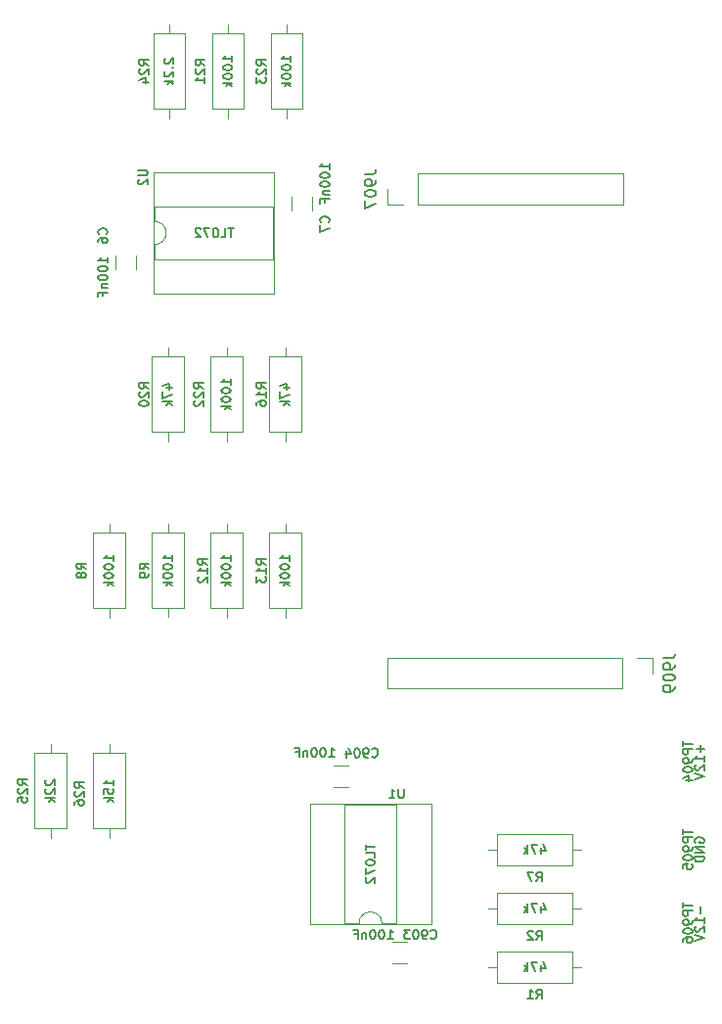
<source format=gbo>
G04 #@! TF.GenerationSoftware,KiCad,Pcbnew,7.0.1-3b83917a11~172~ubuntu22.04.1*
G04 #@! TF.CreationDate,2023-03-17T12:15:22-04:00*
G04 #@! TF.ProjectId,springReverbRev2_FrontPCB,73707269-6e67-4526-9576-657262526576,rev?*
G04 #@! TF.SameCoordinates,Original*
G04 #@! TF.FileFunction,Legend,Bot*
G04 #@! TF.FilePolarity,Positive*
%FSLAX46Y46*%
G04 Gerber Fmt 4.6, Leading zero omitted, Abs format (unit mm)*
G04 Created by KiCad (PCBNEW 7.0.1-3b83917a11~172~ubuntu22.04.1) date 2023-03-17 12:15:22*
%MOMM*%
%LPD*%
G01*
G04 APERTURE LIST*
%ADD10C,0.150000*%
%ADD11C,0.120000*%
G04 APERTURE END LIST*
D10*
G04 #@! TO.C,TP905*
X189042095Y-138108571D02*
X189042095Y-138565714D01*
X189842095Y-138337142D02*
X189042095Y-138337142D01*
X189842095Y-138832381D02*
X189042095Y-138832381D01*
X189042095Y-138832381D02*
X189042095Y-139137143D01*
X189042095Y-139137143D02*
X189080190Y-139213333D01*
X189080190Y-139213333D02*
X189118285Y-139251428D01*
X189118285Y-139251428D02*
X189194476Y-139289524D01*
X189194476Y-139289524D02*
X189308761Y-139289524D01*
X189308761Y-139289524D02*
X189384952Y-139251428D01*
X189384952Y-139251428D02*
X189423047Y-139213333D01*
X189423047Y-139213333D02*
X189461142Y-139137143D01*
X189461142Y-139137143D02*
X189461142Y-138832381D01*
X189842095Y-139670476D02*
X189842095Y-139822857D01*
X189842095Y-139822857D02*
X189804000Y-139899047D01*
X189804000Y-139899047D02*
X189765904Y-139937143D01*
X189765904Y-139937143D02*
X189651619Y-140013333D01*
X189651619Y-140013333D02*
X189499238Y-140051428D01*
X189499238Y-140051428D02*
X189194476Y-140051428D01*
X189194476Y-140051428D02*
X189118285Y-140013333D01*
X189118285Y-140013333D02*
X189080190Y-139975238D01*
X189080190Y-139975238D02*
X189042095Y-139899047D01*
X189042095Y-139899047D02*
X189042095Y-139746666D01*
X189042095Y-139746666D02*
X189080190Y-139670476D01*
X189080190Y-139670476D02*
X189118285Y-139632381D01*
X189118285Y-139632381D02*
X189194476Y-139594285D01*
X189194476Y-139594285D02*
X189384952Y-139594285D01*
X189384952Y-139594285D02*
X189461142Y-139632381D01*
X189461142Y-139632381D02*
X189499238Y-139670476D01*
X189499238Y-139670476D02*
X189537333Y-139746666D01*
X189537333Y-139746666D02*
X189537333Y-139899047D01*
X189537333Y-139899047D02*
X189499238Y-139975238D01*
X189499238Y-139975238D02*
X189461142Y-140013333D01*
X189461142Y-140013333D02*
X189384952Y-140051428D01*
X189042095Y-140546667D02*
X189042095Y-140622857D01*
X189042095Y-140622857D02*
X189080190Y-140699048D01*
X189080190Y-140699048D02*
X189118285Y-140737143D01*
X189118285Y-140737143D02*
X189194476Y-140775238D01*
X189194476Y-140775238D02*
X189346857Y-140813333D01*
X189346857Y-140813333D02*
X189537333Y-140813333D01*
X189537333Y-140813333D02*
X189689714Y-140775238D01*
X189689714Y-140775238D02*
X189765904Y-140737143D01*
X189765904Y-140737143D02*
X189804000Y-140699048D01*
X189804000Y-140699048D02*
X189842095Y-140622857D01*
X189842095Y-140622857D02*
X189842095Y-140546667D01*
X189842095Y-140546667D02*
X189804000Y-140470476D01*
X189804000Y-140470476D02*
X189765904Y-140432381D01*
X189765904Y-140432381D02*
X189689714Y-140394286D01*
X189689714Y-140394286D02*
X189537333Y-140356190D01*
X189537333Y-140356190D02*
X189346857Y-140356190D01*
X189346857Y-140356190D02*
X189194476Y-140394286D01*
X189194476Y-140394286D02*
X189118285Y-140432381D01*
X189118285Y-140432381D02*
X189080190Y-140470476D01*
X189080190Y-140470476D02*
X189042095Y-140546667D01*
X189042095Y-141537143D02*
X189042095Y-141156191D01*
X189042095Y-141156191D02*
X189423047Y-141118095D01*
X189423047Y-141118095D02*
X189384952Y-141156191D01*
X189384952Y-141156191D02*
X189346857Y-141232381D01*
X189346857Y-141232381D02*
X189346857Y-141422857D01*
X189346857Y-141422857D02*
X189384952Y-141499048D01*
X189384952Y-141499048D02*
X189423047Y-141537143D01*
X189423047Y-141537143D02*
X189499238Y-141575238D01*
X189499238Y-141575238D02*
X189689714Y-141575238D01*
X189689714Y-141575238D02*
X189765904Y-141537143D01*
X189765904Y-141537143D02*
X189804000Y-141499048D01*
X189804000Y-141499048D02*
X189842095Y-141422857D01*
X189842095Y-141422857D02*
X189842095Y-141232381D01*
X189842095Y-141232381D02*
X189804000Y-141156191D01*
X189804000Y-141156191D02*
X189765904Y-141118095D01*
X190096190Y-139270476D02*
X190058095Y-139194286D01*
X190058095Y-139194286D02*
X190058095Y-139080000D01*
X190058095Y-139080000D02*
X190096190Y-138965714D01*
X190096190Y-138965714D02*
X190172380Y-138889524D01*
X190172380Y-138889524D02*
X190248571Y-138851429D01*
X190248571Y-138851429D02*
X190400952Y-138813333D01*
X190400952Y-138813333D02*
X190515238Y-138813333D01*
X190515238Y-138813333D02*
X190667619Y-138851429D01*
X190667619Y-138851429D02*
X190743809Y-138889524D01*
X190743809Y-138889524D02*
X190820000Y-138965714D01*
X190820000Y-138965714D02*
X190858095Y-139080000D01*
X190858095Y-139080000D02*
X190858095Y-139156191D01*
X190858095Y-139156191D02*
X190820000Y-139270476D01*
X190820000Y-139270476D02*
X190781904Y-139308572D01*
X190781904Y-139308572D02*
X190515238Y-139308572D01*
X190515238Y-139308572D02*
X190515238Y-139156191D01*
X190858095Y-139651429D02*
X190058095Y-139651429D01*
X190058095Y-139651429D02*
X190858095Y-140108572D01*
X190858095Y-140108572D02*
X190058095Y-140108572D01*
X190858095Y-140489524D02*
X190058095Y-140489524D01*
X190058095Y-140489524D02*
X190058095Y-140680000D01*
X190058095Y-140680000D02*
X190096190Y-140794286D01*
X190096190Y-140794286D02*
X190172380Y-140870476D01*
X190172380Y-140870476D02*
X190248571Y-140908571D01*
X190248571Y-140908571D02*
X190400952Y-140946667D01*
X190400952Y-140946667D02*
X190515238Y-140946667D01*
X190515238Y-140946667D02*
X190667619Y-140908571D01*
X190667619Y-140908571D02*
X190743809Y-140870476D01*
X190743809Y-140870476D02*
X190820000Y-140794286D01*
X190820000Y-140794286D02*
X190858095Y-140680000D01*
X190858095Y-140680000D02*
X190858095Y-140489524D01*
G04 #@! TO.C,TP904*
X189042095Y-130488571D02*
X189042095Y-130945714D01*
X189842095Y-130717142D02*
X189042095Y-130717142D01*
X189842095Y-131212381D02*
X189042095Y-131212381D01*
X189042095Y-131212381D02*
X189042095Y-131517143D01*
X189042095Y-131517143D02*
X189080190Y-131593333D01*
X189080190Y-131593333D02*
X189118285Y-131631428D01*
X189118285Y-131631428D02*
X189194476Y-131669524D01*
X189194476Y-131669524D02*
X189308761Y-131669524D01*
X189308761Y-131669524D02*
X189384952Y-131631428D01*
X189384952Y-131631428D02*
X189423047Y-131593333D01*
X189423047Y-131593333D02*
X189461142Y-131517143D01*
X189461142Y-131517143D02*
X189461142Y-131212381D01*
X189842095Y-132050476D02*
X189842095Y-132202857D01*
X189842095Y-132202857D02*
X189804000Y-132279047D01*
X189804000Y-132279047D02*
X189765904Y-132317143D01*
X189765904Y-132317143D02*
X189651619Y-132393333D01*
X189651619Y-132393333D02*
X189499238Y-132431428D01*
X189499238Y-132431428D02*
X189194476Y-132431428D01*
X189194476Y-132431428D02*
X189118285Y-132393333D01*
X189118285Y-132393333D02*
X189080190Y-132355238D01*
X189080190Y-132355238D02*
X189042095Y-132279047D01*
X189042095Y-132279047D02*
X189042095Y-132126666D01*
X189042095Y-132126666D02*
X189080190Y-132050476D01*
X189080190Y-132050476D02*
X189118285Y-132012381D01*
X189118285Y-132012381D02*
X189194476Y-131974285D01*
X189194476Y-131974285D02*
X189384952Y-131974285D01*
X189384952Y-131974285D02*
X189461142Y-132012381D01*
X189461142Y-132012381D02*
X189499238Y-132050476D01*
X189499238Y-132050476D02*
X189537333Y-132126666D01*
X189537333Y-132126666D02*
X189537333Y-132279047D01*
X189537333Y-132279047D02*
X189499238Y-132355238D01*
X189499238Y-132355238D02*
X189461142Y-132393333D01*
X189461142Y-132393333D02*
X189384952Y-132431428D01*
X189042095Y-132926667D02*
X189042095Y-133002857D01*
X189042095Y-133002857D02*
X189080190Y-133079048D01*
X189080190Y-133079048D02*
X189118285Y-133117143D01*
X189118285Y-133117143D02*
X189194476Y-133155238D01*
X189194476Y-133155238D02*
X189346857Y-133193333D01*
X189346857Y-133193333D02*
X189537333Y-133193333D01*
X189537333Y-133193333D02*
X189689714Y-133155238D01*
X189689714Y-133155238D02*
X189765904Y-133117143D01*
X189765904Y-133117143D02*
X189804000Y-133079048D01*
X189804000Y-133079048D02*
X189842095Y-133002857D01*
X189842095Y-133002857D02*
X189842095Y-132926667D01*
X189842095Y-132926667D02*
X189804000Y-132850476D01*
X189804000Y-132850476D02*
X189765904Y-132812381D01*
X189765904Y-132812381D02*
X189689714Y-132774286D01*
X189689714Y-132774286D02*
X189537333Y-132736190D01*
X189537333Y-132736190D02*
X189346857Y-132736190D01*
X189346857Y-132736190D02*
X189194476Y-132774286D01*
X189194476Y-132774286D02*
X189118285Y-132812381D01*
X189118285Y-132812381D02*
X189080190Y-132850476D01*
X189080190Y-132850476D02*
X189042095Y-132926667D01*
X189308761Y-133879048D02*
X189842095Y-133879048D01*
X189004000Y-133688572D02*
X189575428Y-133498095D01*
X189575428Y-133498095D02*
X189575428Y-133993334D01*
X190553333Y-130850476D02*
X190553333Y-131460000D01*
X190858095Y-131155238D02*
X190248571Y-131155238D01*
X190858095Y-132259999D02*
X190858095Y-131802856D01*
X190858095Y-132031428D02*
X190058095Y-132031428D01*
X190058095Y-132031428D02*
X190172380Y-131955237D01*
X190172380Y-131955237D02*
X190248571Y-131879047D01*
X190248571Y-131879047D02*
X190286666Y-131802856D01*
X190134285Y-132564761D02*
X190096190Y-132602857D01*
X190096190Y-132602857D02*
X190058095Y-132679047D01*
X190058095Y-132679047D02*
X190058095Y-132869523D01*
X190058095Y-132869523D02*
X190096190Y-132945714D01*
X190096190Y-132945714D02*
X190134285Y-132983809D01*
X190134285Y-132983809D02*
X190210476Y-133021904D01*
X190210476Y-133021904D02*
X190286666Y-133021904D01*
X190286666Y-133021904D02*
X190400952Y-132983809D01*
X190400952Y-132983809D02*
X190858095Y-132526666D01*
X190858095Y-132526666D02*
X190858095Y-133021904D01*
X190058095Y-133250476D02*
X190858095Y-133517143D01*
X190858095Y-133517143D02*
X190058095Y-133783809D01*
G04 #@! TO.C,TP906*
X190553333Y-144820476D02*
X190553333Y-145430000D01*
X190858095Y-146229999D02*
X190858095Y-145772856D01*
X190858095Y-146001428D02*
X190058095Y-146001428D01*
X190058095Y-146001428D02*
X190172380Y-145925237D01*
X190172380Y-145925237D02*
X190248571Y-145849047D01*
X190248571Y-145849047D02*
X190286666Y-145772856D01*
X190134285Y-146534761D02*
X190096190Y-146572857D01*
X190096190Y-146572857D02*
X190058095Y-146649047D01*
X190058095Y-146649047D02*
X190058095Y-146839523D01*
X190058095Y-146839523D02*
X190096190Y-146915714D01*
X190096190Y-146915714D02*
X190134285Y-146953809D01*
X190134285Y-146953809D02*
X190210476Y-146991904D01*
X190210476Y-146991904D02*
X190286666Y-146991904D01*
X190286666Y-146991904D02*
X190400952Y-146953809D01*
X190400952Y-146953809D02*
X190858095Y-146496666D01*
X190858095Y-146496666D02*
X190858095Y-146991904D01*
X190058095Y-147220476D02*
X190858095Y-147487143D01*
X190858095Y-147487143D02*
X190058095Y-147753809D01*
X189042095Y-144458571D02*
X189042095Y-144915714D01*
X189842095Y-144687142D02*
X189042095Y-144687142D01*
X189842095Y-145182381D02*
X189042095Y-145182381D01*
X189042095Y-145182381D02*
X189042095Y-145487143D01*
X189042095Y-145487143D02*
X189080190Y-145563333D01*
X189080190Y-145563333D02*
X189118285Y-145601428D01*
X189118285Y-145601428D02*
X189194476Y-145639524D01*
X189194476Y-145639524D02*
X189308761Y-145639524D01*
X189308761Y-145639524D02*
X189384952Y-145601428D01*
X189384952Y-145601428D02*
X189423047Y-145563333D01*
X189423047Y-145563333D02*
X189461142Y-145487143D01*
X189461142Y-145487143D02*
X189461142Y-145182381D01*
X189842095Y-146020476D02*
X189842095Y-146172857D01*
X189842095Y-146172857D02*
X189804000Y-146249047D01*
X189804000Y-146249047D02*
X189765904Y-146287143D01*
X189765904Y-146287143D02*
X189651619Y-146363333D01*
X189651619Y-146363333D02*
X189499238Y-146401428D01*
X189499238Y-146401428D02*
X189194476Y-146401428D01*
X189194476Y-146401428D02*
X189118285Y-146363333D01*
X189118285Y-146363333D02*
X189080190Y-146325238D01*
X189080190Y-146325238D02*
X189042095Y-146249047D01*
X189042095Y-146249047D02*
X189042095Y-146096666D01*
X189042095Y-146096666D02*
X189080190Y-146020476D01*
X189080190Y-146020476D02*
X189118285Y-145982381D01*
X189118285Y-145982381D02*
X189194476Y-145944285D01*
X189194476Y-145944285D02*
X189384952Y-145944285D01*
X189384952Y-145944285D02*
X189461142Y-145982381D01*
X189461142Y-145982381D02*
X189499238Y-146020476D01*
X189499238Y-146020476D02*
X189537333Y-146096666D01*
X189537333Y-146096666D02*
X189537333Y-146249047D01*
X189537333Y-146249047D02*
X189499238Y-146325238D01*
X189499238Y-146325238D02*
X189461142Y-146363333D01*
X189461142Y-146363333D02*
X189384952Y-146401428D01*
X189042095Y-146896667D02*
X189042095Y-146972857D01*
X189042095Y-146972857D02*
X189080190Y-147049048D01*
X189080190Y-147049048D02*
X189118285Y-147087143D01*
X189118285Y-147087143D02*
X189194476Y-147125238D01*
X189194476Y-147125238D02*
X189346857Y-147163333D01*
X189346857Y-147163333D02*
X189537333Y-147163333D01*
X189537333Y-147163333D02*
X189689714Y-147125238D01*
X189689714Y-147125238D02*
X189765904Y-147087143D01*
X189765904Y-147087143D02*
X189804000Y-147049048D01*
X189804000Y-147049048D02*
X189842095Y-146972857D01*
X189842095Y-146972857D02*
X189842095Y-146896667D01*
X189842095Y-146896667D02*
X189804000Y-146820476D01*
X189804000Y-146820476D02*
X189765904Y-146782381D01*
X189765904Y-146782381D02*
X189689714Y-146744286D01*
X189689714Y-146744286D02*
X189537333Y-146706190D01*
X189537333Y-146706190D02*
X189346857Y-146706190D01*
X189346857Y-146706190D02*
X189194476Y-146744286D01*
X189194476Y-146744286D02*
X189118285Y-146782381D01*
X189118285Y-146782381D02*
X189080190Y-146820476D01*
X189080190Y-146820476D02*
X189042095Y-146896667D01*
X189042095Y-147849048D02*
X189042095Y-147696667D01*
X189042095Y-147696667D02*
X189080190Y-147620476D01*
X189080190Y-147620476D02*
X189118285Y-147582381D01*
X189118285Y-147582381D02*
X189232571Y-147506191D01*
X189232571Y-147506191D02*
X189384952Y-147468095D01*
X189384952Y-147468095D02*
X189689714Y-147468095D01*
X189689714Y-147468095D02*
X189765904Y-147506191D01*
X189765904Y-147506191D02*
X189804000Y-147544286D01*
X189804000Y-147544286D02*
X189842095Y-147620476D01*
X189842095Y-147620476D02*
X189842095Y-147772857D01*
X189842095Y-147772857D02*
X189804000Y-147849048D01*
X189804000Y-147849048D02*
X189765904Y-147887143D01*
X189765904Y-147887143D02*
X189689714Y-147925238D01*
X189689714Y-147925238D02*
X189499238Y-147925238D01*
X189499238Y-147925238D02*
X189423047Y-147887143D01*
X189423047Y-147887143D02*
X189384952Y-147849048D01*
X189384952Y-147849048D02*
X189346857Y-147772857D01*
X189346857Y-147772857D02*
X189346857Y-147620476D01*
X189346857Y-147620476D02*
X189384952Y-147544286D01*
X189384952Y-147544286D02*
X189423047Y-147506191D01*
X189423047Y-147506191D02*
X189499238Y-147468095D01*
G04 #@! TO.C,C903*
X167199523Y-147539904D02*
X167237619Y-147578000D01*
X167237619Y-147578000D02*
X167351904Y-147616095D01*
X167351904Y-147616095D02*
X167428095Y-147616095D01*
X167428095Y-147616095D02*
X167542381Y-147578000D01*
X167542381Y-147578000D02*
X167618571Y-147501809D01*
X167618571Y-147501809D02*
X167656666Y-147425619D01*
X167656666Y-147425619D02*
X167694762Y-147273238D01*
X167694762Y-147273238D02*
X167694762Y-147158952D01*
X167694762Y-147158952D02*
X167656666Y-147006571D01*
X167656666Y-147006571D02*
X167618571Y-146930380D01*
X167618571Y-146930380D02*
X167542381Y-146854190D01*
X167542381Y-146854190D02*
X167428095Y-146816095D01*
X167428095Y-146816095D02*
X167351904Y-146816095D01*
X167351904Y-146816095D02*
X167237619Y-146854190D01*
X167237619Y-146854190D02*
X167199523Y-146892285D01*
X166818571Y-147616095D02*
X166666190Y-147616095D01*
X166666190Y-147616095D02*
X166590000Y-147578000D01*
X166590000Y-147578000D02*
X166551904Y-147539904D01*
X166551904Y-147539904D02*
X166475714Y-147425619D01*
X166475714Y-147425619D02*
X166437619Y-147273238D01*
X166437619Y-147273238D02*
X166437619Y-146968476D01*
X166437619Y-146968476D02*
X166475714Y-146892285D01*
X166475714Y-146892285D02*
X166513809Y-146854190D01*
X166513809Y-146854190D02*
X166590000Y-146816095D01*
X166590000Y-146816095D02*
X166742381Y-146816095D01*
X166742381Y-146816095D02*
X166818571Y-146854190D01*
X166818571Y-146854190D02*
X166856666Y-146892285D01*
X166856666Y-146892285D02*
X166894762Y-146968476D01*
X166894762Y-146968476D02*
X166894762Y-147158952D01*
X166894762Y-147158952D02*
X166856666Y-147235142D01*
X166856666Y-147235142D02*
X166818571Y-147273238D01*
X166818571Y-147273238D02*
X166742381Y-147311333D01*
X166742381Y-147311333D02*
X166590000Y-147311333D01*
X166590000Y-147311333D02*
X166513809Y-147273238D01*
X166513809Y-147273238D02*
X166475714Y-147235142D01*
X166475714Y-147235142D02*
X166437619Y-147158952D01*
X165942380Y-146816095D02*
X165866190Y-146816095D01*
X165866190Y-146816095D02*
X165789999Y-146854190D01*
X165789999Y-146854190D02*
X165751904Y-146892285D01*
X165751904Y-146892285D02*
X165713809Y-146968476D01*
X165713809Y-146968476D02*
X165675714Y-147120857D01*
X165675714Y-147120857D02*
X165675714Y-147311333D01*
X165675714Y-147311333D02*
X165713809Y-147463714D01*
X165713809Y-147463714D02*
X165751904Y-147539904D01*
X165751904Y-147539904D02*
X165789999Y-147578000D01*
X165789999Y-147578000D02*
X165866190Y-147616095D01*
X165866190Y-147616095D02*
X165942380Y-147616095D01*
X165942380Y-147616095D02*
X166018571Y-147578000D01*
X166018571Y-147578000D02*
X166056666Y-147539904D01*
X166056666Y-147539904D02*
X166094761Y-147463714D01*
X166094761Y-147463714D02*
X166132857Y-147311333D01*
X166132857Y-147311333D02*
X166132857Y-147120857D01*
X166132857Y-147120857D02*
X166094761Y-146968476D01*
X166094761Y-146968476D02*
X166056666Y-146892285D01*
X166056666Y-146892285D02*
X166018571Y-146854190D01*
X166018571Y-146854190D02*
X165942380Y-146816095D01*
X165409047Y-146816095D02*
X164913809Y-146816095D01*
X164913809Y-146816095D02*
X165180475Y-147120857D01*
X165180475Y-147120857D02*
X165066190Y-147120857D01*
X165066190Y-147120857D02*
X164989999Y-147158952D01*
X164989999Y-147158952D02*
X164951904Y-147197047D01*
X164951904Y-147197047D02*
X164913809Y-147273238D01*
X164913809Y-147273238D02*
X164913809Y-147463714D01*
X164913809Y-147463714D02*
X164951904Y-147539904D01*
X164951904Y-147539904D02*
X164989999Y-147578000D01*
X164989999Y-147578000D02*
X165066190Y-147616095D01*
X165066190Y-147616095D02*
X165294761Y-147616095D01*
X165294761Y-147616095D02*
X165370952Y-147578000D01*
X165370952Y-147578000D02*
X165409047Y-147539904D01*
X163478095Y-147616095D02*
X163935238Y-147616095D01*
X163706666Y-147616095D02*
X163706666Y-146816095D01*
X163706666Y-146816095D02*
X163782857Y-146930380D01*
X163782857Y-146930380D02*
X163859047Y-147006571D01*
X163859047Y-147006571D02*
X163935238Y-147044666D01*
X162982856Y-146816095D02*
X162906666Y-146816095D01*
X162906666Y-146816095D02*
X162830475Y-146854190D01*
X162830475Y-146854190D02*
X162792380Y-146892285D01*
X162792380Y-146892285D02*
X162754285Y-146968476D01*
X162754285Y-146968476D02*
X162716190Y-147120857D01*
X162716190Y-147120857D02*
X162716190Y-147311333D01*
X162716190Y-147311333D02*
X162754285Y-147463714D01*
X162754285Y-147463714D02*
X162792380Y-147539904D01*
X162792380Y-147539904D02*
X162830475Y-147578000D01*
X162830475Y-147578000D02*
X162906666Y-147616095D01*
X162906666Y-147616095D02*
X162982856Y-147616095D01*
X162982856Y-147616095D02*
X163059047Y-147578000D01*
X163059047Y-147578000D02*
X163097142Y-147539904D01*
X163097142Y-147539904D02*
X163135237Y-147463714D01*
X163135237Y-147463714D02*
X163173333Y-147311333D01*
X163173333Y-147311333D02*
X163173333Y-147120857D01*
X163173333Y-147120857D02*
X163135237Y-146968476D01*
X163135237Y-146968476D02*
X163097142Y-146892285D01*
X163097142Y-146892285D02*
X163059047Y-146854190D01*
X163059047Y-146854190D02*
X162982856Y-146816095D01*
X162220951Y-146816095D02*
X162144761Y-146816095D01*
X162144761Y-146816095D02*
X162068570Y-146854190D01*
X162068570Y-146854190D02*
X162030475Y-146892285D01*
X162030475Y-146892285D02*
X161992380Y-146968476D01*
X161992380Y-146968476D02*
X161954285Y-147120857D01*
X161954285Y-147120857D02*
X161954285Y-147311333D01*
X161954285Y-147311333D02*
X161992380Y-147463714D01*
X161992380Y-147463714D02*
X162030475Y-147539904D01*
X162030475Y-147539904D02*
X162068570Y-147578000D01*
X162068570Y-147578000D02*
X162144761Y-147616095D01*
X162144761Y-147616095D02*
X162220951Y-147616095D01*
X162220951Y-147616095D02*
X162297142Y-147578000D01*
X162297142Y-147578000D02*
X162335237Y-147539904D01*
X162335237Y-147539904D02*
X162373332Y-147463714D01*
X162373332Y-147463714D02*
X162411428Y-147311333D01*
X162411428Y-147311333D02*
X162411428Y-147120857D01*
X162411428Y-147120857D02*
X162373332Y-146968476D01*
X162373332Y-146968476D02*
X162335237Y-146892285D01*
X162335237Y-146892285D02*
X162297142Y-146854190D01*
X162297142Y-146854190D02*
X162220951Y-146816095D01*
X161611427Y-147082761D02*
X161611427Y-147616095D01*
X161611427Y-147158952D02*
X161573332Y-147120857D01*
X161573332Y-147120857D02*
X161497142Y-147082761D01*
X161497142Y-147082761D02*
X161382856Y-147082761D01*
X161382856Y-147082761D02*
X161306665Y-147120857D01*
X161306665Y-147120857D02*
X161268570Y-147197047D01*
X161268570Y-147197047D02*
X161268570Y-147616095D01*
X160620951Y-147197047D02*
X160887617Y-147197047D01*
X160887617Y-147616095D02*
X160887617Y-146816095D01*
X160887617Y-146816095D02*
X160506665Y-146816095D01*
G04 #@! TO.C,R2*
X176343332Y-147700095D02*
X176609999Y-147319142D01*
X176800475Y-147700095D02*
X176800475Y-146900095D01*
X176800475Y-146900095D02*
X176495713Y-146900095D01*
X176495713Y-146900095D02*
X176419523Y-146938190D01*
X176419523Y-146938190D02*
X176381428Y-146976285D01*
X176381428Y-146976285D02*
X176343332Y-147052476D01*
X176343332Y-147052476D02*
X176343332Y-147166761D01*
X176343332Y-147166761D02*
X176381428Y-147242952D01*
X176381428Y-147242952D02*
X176419523Y-147281047D01*
X176419523Y-147281047D02*
X176495713Y-147319142D01*
X176495713Y-147319142D02*
X176800475Y-147319142D01*
X176038571Y-146976285D02*
X176000475Y-146938190D01*
X176000475Y-146938190D02*
X175924285Y-146900095D01*
X175924285Y-146900095D02*
X175733809Y-146900095D01*
X175733809Y-146900095D02*
X175657618Y-146938190D01*
X175657618Y-146938190D02*
X175619523Y-146976285D01*
X175619523Y-146976285D02*
X175581428Y-147052476D01*
X175581428Y-147052476D02*
X175581428Y-147128666D01*
X175581428Y-147128666D02*
X175619523Y-147242952D01*
X175619523Y-147242952D02*
X176076666Y-147700095D01*
X176076666Y-147700095D02*
X175581428Y-147700095D01*
X176762380Y-144796761D02*
X176762380Y-145330095D01*
X176952856Y-144492000D02*
X177143333Y-145063428D01*
X177143333Y-145063428D02*
X176648094Y-145063428D01*
X176419523Y-144530095D02*
X175886189Y-144530095D01*
X175886189Y-144530095D02*
X176229047Y-145330095D01*
X175581427Y-145330095D02*
X175581427Y-144530095D01*
X175505237Y-145025333D02*
X175276665Y-145330095D01*
X175276665Y-144796761D02*
X175581427Y-145101523D01*
G04 #@! TO.C,R23*
X152958095Y-72055714D02*
X152577142Y-71789047D01*
X152958095Y-71598571D02*
X152158095Y-71598571D01*
X152158095Y-71598571D02*
X152158095Y-71903333D01*
X152158095Y-71903333D02*
X152196190Y-71979523D01*
X152196190Y-71979523D02*
X152234285Y-72017618D01*
X152234285Y-72017618D02*
X152310476Y-72055714D01*
X152310476Y-72055714D02*
X152424761Y-72055714D01*
X152424761Y-72055714D02*
X152500952Y-72017618D01*
X152500952Y-72017618D02*
X152539047Y-71979523D01*
X152539047Y-71979523D02*
X152577142Y-71903333D01*
X152577142Y-71903333D02*
X152577142Y-71598571D01*
X152234285Y-72360475D02*
X152196190Y-72398571D01*
X152196190Y-72398571D02*
X152158095Y-72474761D01*
X152158095Y-72474761D02*
X152158095Y-72665237D01*
X152158095Y-72665237D02*
X152196190Y-72741428D01*
X152196190Y-72741428D02*
X152234285Y-72779523D01*
X152234285Y-72779523D02*
X152310476Y-72817618D01*
X152310476Y-72817618D02*
X152386666Y-72817618D01*
X152386666Y-72817618D02*
X152500952Y-72779523D01*
X152500952Y-72779523D02*
X152958095Y-72322380D01*
X152958095Y-72322380D02*
X152958095Y-72817618D01*
X152158095Y-73084285D02*
X152158095Y-73579523D01*
X152158095Y-73579523D02*
X152462857Y-73312857D01*
X152462857Y-73312857D02*
X152462857Y-73427142D01*
X152462857Y-73427142D02*
X152500952Y-73503333D01*
X152500952Y-73503333D02*
X152539047Y-73541428D01*
X152539047Y-73541428D02*
X152615238Y-73579523D01*
X152615238Y-73579523D02*
X152805714Y-73579523D01*
X152805714Y-73579523D02*
X152881904Y-73541428D01*
X152881904Y-73541428D02*
X152920000Y-73503333D01*
X152920000Y-73503333D02*
X152958095Y-73427142D01*
X152958095Y-73427142D02*
X152958095Y-73198571D01*
X152958095Y-73198571D02*
X152920000Y-73122380D01*
X152920000Y-73122380D02*
X152881904Y-73084285D01*
X155115095Y-71712856D02*
X155115095Y-71255713D01*
X155115095Y-71484285D02*
X154315095Y-71484285D01*
X154315095Y-71484285D02*
X154429380Y-71408094D01*
X154429380Y-71408094D02*
X154505571Y-71331904D01*
X154505571Y-71331904D02*
X154543666Y-71255713D01*
X154315095Y-72208095D02*
X154315095Y-72284285D01*
X154315095Y-72284285D02*
X154353190Y-72360476D01*
X154353190Y-72360476D02*
X154391285Y-72398571D01*
X154391285Y-72398571D02*
X154467476Y-72436666D01*
X154467476Y-72436666D02*
X154619857Y-72474761D01*
X154619857Y-72474761D02*
X154810333Y-72474761D01*
X154810333Y-72474761D02*
X154962714Y-72436666D01*
X154962714Y-72436666D02*
X155038904Y-72398571D01*
X155038904Y-72398571D02*
X155077000Y-72360476D01*
X155077000Y-72360476D02*
X155115095Y-72284285D01*
X155115095Y-72284285D02*
X155115095Y-72208095D01*
X155115095Y-72208095D02*
X155077000Y-72131904D01*
X155077000Y-72131904D02*
X155038904Y-72093809D01*
X155038904Y-72093809D02*
X154962714Y-72055714D01*
X154962714Y-72055714D02*
X154810333Y-72017618D01*
X154810333Y-72017618D02*
X154619857Y-72017618D01*
X154619857Y-72017618D02*
X154467476Y-72055714D01*
X154467476Y-72055714D02*
X154391285Y-72093809D01*
X154391285Y-72093809D02*
X154353190Y-72131904D01*
X154353190Y-72131904D02*
X154315095Y-72208095D01*
X154315095Y-72970000D02*
X154315095Y-73046190D01*
X154315095Y-73046190D02*
X154353190Y-73122381D01*
X154353190Y-73122381D02*
X154391285Y-73160476D01*
X154391285Y-73160476D02*
X154467476Y-73198571D01*
X154467476Y-73198571D02*
X154619857Y-73236666D01*
X154619857Y-73236666D02*
X154810333Y-73236666D01*
X154810333Y-73236666D02*
X154962714Y-73198571D01*
X154962714Y-73198571D02*
X155038904Y-73160476D01*
X155038904Y-73160476D02*
X155077000Y-73122381D01*
X155077000Y-73122381D02*
X155115095Y-73046190D01*
X155115095Y-73046190D02*
X155115095Y-72970000D01*
X155115095Y-72970000D02*
X155077000Y-72893809D01*
X155077000Y-72893809D02*
X155038904Y-72855714D01*
X155038904Y-72855714D02*
X154962714Y-72817619D01*
X154962714Y-72817619D02*
X154810333Y-72779523D01*
X154810333Y-72779523D02*
X154619857Y-72779523D01*
X154619857Y-72779523D02*
X154467476Y-72817619D01*
X154467476Y-72817619D02*
X154391285Y-72855714D01*
X154391285Y-72855714D02*
X154353190Y-72893809D01*
X154353190Y-72893809D02*
X154315095Y-72970000D01*
X155115095Y-73579524D02*
X154315095Y-73579524D01*
X154810333Y-73655714D02*
X155115095Y-73884286D01*
X154581761Y-73884286D02*
X154886523Y-73579524D01*
G04 #@! TO.C,R24*
X142798095Y-72055714D02*
X142417142Y-71789047D01*
X142798095Y-71598571D02*
X141998095Y-71598571D01*
X141998095Y-71598571D02*
X141998095Y-71903333D01*
X141998095Y-71903333D02*
X142036190Y-71979523D01*
X142036190Y-71979523D02*
X142074285Y-72017618D01*
X142074285Y-72017618D02*
X142150476Y-72055714D01*
X142150476Y-72055714D02*
X142264761Y-72055714D01*
X142264761Y-72055714D02*
X142340952Y-72017618D01*
X142340952Y-72017618D02*
X142379047Y-71979523D01*
X142379047Y-71979523D02*
X142417142Y-71903333D01*
X142417142Y-71903333D02*
X142417142Y-71598571D01*
X142074285Y-72360475D02*
X142036190Y-72398571D01*
X142036190Y-72398571D02*
X141998095Y-72474761D01*
X141998095Y-72474761D02*
X141998095Y-72665237D01*
X141998095Y-72665237D02*
X142036190Y-72741428D01*
X142036190Y-72741428D02*
X142074285Y-72779523D01*
X142074285Y-72779523D02*
X142150476Y-72817618D01*
X142150476Y-72817618D02*
X142226666Y-72817618D01*
X142226666Y-72817618D02*
X142340952Y-72779523D01*
X142340952Y-72779523D02*
X142798095Y-72322380D01*
X142798095Y-72322380D02*
X142798095Y-72817618D01*
X142264761Y-73503333D02*
X142798095Y-73503333D01*
X141960000Y-73312857D02*
X142531428Y-73122380D01*
X142531428Y-73122380D02*
X142531428Y-73617619D01*
X144231285Y-71446190D02*
X144193190Y-71484286D01*
X144193190Y-71484286D02*
X144155095Y-71560476D01*
X144155095Y-71560476D02*
X144155095Y-71750952D01*
X144155095Y-71750952D02*
X144193190Y-71827143D01*
X144193190Y-71827143D02*
X144231285Y-71865238D01*
X144231285Y-71865238D02*
X144307476Y-71903333D01*
X144307476Y-71903333D02*
X144383666Y-71903333D01*
X144383666Y-71903333D02*
X144497952Y-71865238D01*
X144497952Y-71865238D02*
X144955095Y-71408095D01*
X144955095Y-71408095D02*
X144955095Y-71903333D01*
X144878904Y-72246191D02*
X144917000Y-72284286D01*
X144917000Y-72284286D02*
X144955095Y-72246191D01*
X144955095Y-72246191D02*
X144917000Y-72208095D01*
X144917000Y-72208095D02*
X144878904Y-72246191D01*
X144878904Y-72246191D02*
X144955095Y-72246191D01*
X144231285Y-72589047D02*
X144193190Y-72627143D01*
X144193190Y-72627143D02*
X144155095Y-72703333D01*
X144155095Y-72703333D02*
X144155095Y-72893809D01*
X144155095Y-72893809D02*
X144193190Y-72970000D01*
X144193190Y-72970000D02*
X144231285Y-73008095D01*
X144231285Y-73008095D02*
X144307476Y-73046190D01*
X144307476Y-73046190D02*
X144383666Y-73046190D01*
X144383666Y-73046190D02*
X144497952Y-73008095D01*
X144497952Y-73008095D02*
X144955095Y-72550952D01*
X144955095Y-72550952D02*
X144955095Y-73046190D01*
X144955095Y-73389048D02*
X144155095Y-73389048D01*
X144650333Y-73465238D02*
X144955095Y-73693810D01*
X144421761Y-73693810D02*
X144726523Y-73389048D01*
G04 #@! TO.C,R26*
X137210095Y-134539714D02*
X136829142Y-134273047D01*
X137210095Y-134082571D02*
X136410095Y-134082571D01*
X136410095Y-134082571D02*
X136410095Y-134387333D01*
X136410095Y-134387333D02*
X136448190Y-134463523D01*
X136448190Y-134463523D02*
X136486285Y-134501618D01*
X136486285Y-134501618D02*
X136562476Y-134539714D01*
X136562476Y-134539714D02*
X136676761Y-134539714D01*
X136676761Y-134539714D02*
X136752952Y-134501618D01*
X136752952Y-134501618D02*
X136791047Y-134463523D01*
X136791047Y-134463523D02*
X136829142Y-134387333D01*
X136829142Y-134387333D02*
X136829142Y-134082571D01*
X136486285Y-134844475D02*
X136448190Y-134882571D01*
X136448190Y-134882571D02*
X136410095Y-134958761D01*
X136410095Y-134958761D02*
X136410095Y-135149237D01*
X136410095Y-135149237D02*
X136448190Y-135225428D01*
X136448190Y-135225428D02*
X136486285Y-135263523D01*
X136486285Y-135263523D02*
X136562476Y-135301618D01*
X136562476Y-135301618D02*
X136638666Y-135301618D01*
X136638666Y-135301618D02*
X136752952Y-135263523D01*
X136752952Y-135263523D02*
X137210095Y-134806380D01*
X137210095Y-134806380D02*
X137210095Y-135301618D01*
X136410095Y-135987333D02*
X136410095Y-135834952D01*
X136410095Y-135834952D02*
X136448190Y-135758761D01*
X136448190Y-135758761D02*
X136486285Y-135720666D01*
X136486285Y-135720666D02*
X136600571Y-135644476D01*
X136600571Y-135644476D02*
X136752952Y-135606380D01*
X136752952Y-135606380D02*
X137057714Y-135606380D01*
X137057714Y-135606380D02*
X137133904Y-135644476D01*
X137133904Y-135644476D02*
X137172000Y-135682571D01*
X137172000Y-135682571D02*
X137210095Y-135758761D01*
X137210095Y-135758761D02*
X137210095Y-135911142D01*
X137210095Y-135911142D02*
X137172000Y-135987333D01*
X137172000Y-135987333D02*
X137133904Y-136025428D01*
X137133904Y-136025428D02*
X137057714Y-136063523D01*
X137057714Y-136063523D02*
X136867238Y-136063523D01*
X136867238Y-136063523D02*
X136791047Y-136025428D01*
X136791047Y-136025428D02*
X136752952Y-135987333D01*
X136752952Y-135987333D02*
X136714857Y-135911142D01*
X136714857Y-135911142D02*
X136714857Y-135758761D01*
X136714857Y-135758761D02*
X136752952Y-135682571D01*
X136752952Y-135682571D02*
X136791047Y-135644476D01*
X136791047Y-135644476D02*
X136867238Y-135606380D01*
X139750095Y-134323809D02*
X139750095Y-133866666D01*
X139750095Y-134095238D02*
X138950095Y-134095238D01*
X138950095Y-134095238D02*
X139064380Y-134019047D01*
X139064380Y-134019047D02*
X139140571Y-133942857D01*
X139140571Y-133942857D02*
X139178666Y-133866666D01*
X138950095Y-135047619D02*
X138950095Y-134666667D01*
X138950095Y-134666667D02*
X139331047Y-134628571D01*
X139331047Y-134628571D02*
X139292952Y-134666667D01*
X139292952Y-134666667D02*
X139254857Y-134742857D01*
X139254857Y-134742857D02*
X139254857Y-134933333D01*
X139254857Y-134933333D02*
X139292952Y-135009524D01*
X139292952Y-135009524D02*
X139331047Y-135047619D01*
X139331047Y-135047619D02*
X139407238Y-135085714D01*
X139407238Y-135085714D02*
X139597714Y-135085714D01*
X139597714Y-135085714D02*
X139673904Y-135047619D01*
X139673904Y-135047619D02*
X139712000Y-135009524D01*
X139712000Y-135009524D02*
X139750095Y-134933333D01*
X139750095Y-134933333D02*
X139750095Y-134742857D01*
X139750095Y-134742857D02*
X139712000Y-134666667D01*
X139712000Y-134666667D02*
X139673904Y-134628571D01*
X139750095Y-135428572D02*
X138950095Y-135428572D01*
X139445333Y-135504762D02*
X139750095Y-135733334D01*
X139216761Y-135733334D02*
X139521523Y-135428572D01*
G04 #@! TO.C,R16*
X152958095Y-99995714D02*
X152577142Y-99729047D01*
X152958095Y-99538571D02*
X152158095Y-99538571D01*
X152158095Y-99538571D02*
X152158095Y-99843333D01*
X152158095Y-99843333D02*
X152196190Y-99919523D01*
X152196190Y-99919523D02*
X152234285Y-99957618D01*
X152234285Y-99957618D02*
X152310476Y-99995714D01*
X152310476Y-99995714D02*
X152424761Y-99995714D01*
X152424761Y-99995714D02*
X152500952Y-99957618D01*
X152500952Y-99957618D02*
X152539047Y-99919523D01*
X152539047Y-99919523D02*
X152577142Y-99843333D01*
X152577142Y-99843333D02*
X152577142Y-99538571D01*
X152958095Y-100757618D02*
X152958095Y-100300475D01*
X152958095Y-100529047D02*
X152158095Y-100529047D01*
X152158095Y-100529047D02*
X152272380Y-100452856D01*
X152272380Y-100452856D02*
X152348571Y-100376666D01*
X152348571Y-100376666D02*
X152386666Y-100300475D01*
X152158095Y-101443333D02*
X152158095Y-101290952D01*
X152158095Y-101290952D02*
X152196190Y-101214761D01*
X152196190Y-101214761D02*
X152234285Y-101176666D01*
X152234285Y-101176666D02*
X152348571Y-101100476D01*
X152348571Y-101100476D02*
X152500952Y-101062380D01*
X152500952Y-101062380D02*
X152805714Y-101062380D01*
X152805714Y-101062380D02*
X152881904Y-101100476D01*
X152881904Y-101100476D02*
X152920000Y-101138571D01*
X152920000Y-101138571D02*
X152958095Y-101214761D01*
X152958095Y-101214761D02*
X152958095Y-101367142D01*
X152958095Y-101367142D02*
X152920000Y-101443333D01*
X152920000Y-101443333D02*
X152881904Y-101481428D01*
X152881904Y-101481428D02*
X152805714Y-101519523D01*
X152805714Y-101519523D02*
X152615238Y-101519523D01*
X152615238Y-101519523D02*
X152539047Y-101481428D01*
X152539047Y-101481428D02*
X152500952Y-101443333D01*
X152500952Y-101443333D02*
X152462857Y-101367142D01*
X152462857Y-101367142D02*
X152462857Y-101214761D01*
X152462857Y-101214761D02*
X152500952Y-101138571D01*
X152500952Y-101138571D02*
X152539047Y-101100476D01*
X152539047Y-101100476D02*
X152615238Y-101062380D01*
X154456761Y-99957619D02*
X154990095Y-99957619D01*
X154152000Y-99767143D02*
X154723428Y-99576666D01*
X154723428Y-99576666D02*
X154723428Y-100071905D01*
X154190095Y-100300476D02*
X154190095Y-100833810D01*
X154190095Y-100833810D02*
X154990095Y-100490952D01*
X154990095Y-101138572D02*
X154190095Y-101138572D01*
X154685333Y-101214762D02*
X154990095Y-101443334D01*
X154456761Y-101443334D02*
X154761523Y-101138572D01*
G04 #@! TO.C,R22*
X147540095Y-99995714D02*
X147159142Y-99729047D01*
X147540095Y-99538571D02*
X146740095Y-99538571D01*
X146740095Y-99538571D02*
X146740095Y-99843333D01*
X146740095Y-99843333D02*
X146778190Y-99919523D01*
X146778190Y-99919523D02*
X146816285Y-99957618D01*
X146816285Y-99957618D02*
X146892476Y-99995714D01*
X146892476Y-99995714D02*
X147006761Y-99995714D01*
X147006761Y-99995714D02*
X147082952Y-99957618D01*
X147082952Y-99957618D02*
X147121047Y-99919523D01*
X147121047Y-99919523D02*
X147159142Y-99843333D01*
X147159142Y-99843333D02*
X147159142Y-99538571D01*
X146816285Y-100300475D02*
X146778190Y-100338571D01*
X146778190Y-100338571D02*
X146740095Y-100414761D01*
X146740095Y-100414761D02*
X146740095Y-100605237D01*
X146740095Y-100605237D02*
X146778190Y-100681428D01*
X146778190Y-100681428D02*
X146816285Y-100719523D01*
X146816285Y-100719523D02*
X146892476Y-100757618D01*
X146892476Y-100757618D02*
X146968666Y-100757618D01*
X146968666Y-100757618D02*
X147082952Y-100719523D01*
X147082952Y-100719523D02*
X147540095Y-100262380D01*
X147540095Y-100262380D02*
X147540095Y-100757618D01*
X146816285Y-101062380D02*
X146778190Y-101100476D01*
X146778190Y-101100476D02*
X146740095Y-101176666D01*
X146740095Y-101176666D02*
X146740095Y-101367142D01*
X146740095Y-101367142D02*
X146778190Y-101443333D01*
X146778190Y-101443333D02*
X146816285Y-101481428D01*
X146816285Y-101481428D02*
X146892476Y-101519523D01*
X146892476Y-101519523D02*
X146968666Y-101519523D01*
X146968666Y-101519523D02*
X147082952Y-101481428D01*
X147082952Y-101481428D02*
X147540095Y-101024285D01*
X147540095Y-101024285D02*
X147540095Y-101519523D01*
X149910095Y-99652856D02*
X149910095Y-99195713D01*
X149910095Y-99424285D02*
X149110095Y-99424285D01*
X149110095Y-99424285D02*
X149224380Y-99348094D01*
X149224380Y-99348094D02*
X149300571Y-99271904D01*
X149300571Y-99271904D02*
X149338666Y-99195713D01*
X149110095Y-100148095D02*
X149110095Y-100224285D01*
X149110095Y-100224285D02*
X149148190Y-100300476D01*
X149148190Y-100300476D02*
X149186285Y-100338571D01*
X149186285Y-100338571D02*
X149262476Y-100376666D01*
X149262476Y-100376666D02*
X149414857Y-100414761D01*
X149414857Y-100414761D02*
X149605333Y-100414761D01*
X149605333Y-100414761D02*
X149757714Y-100376666D01*
X149757714Y-100376666D02*
X149833904Y-100338571D01*
X149833904Y-100338571D02*
X149872000Y-100300476D01*
X149872000Y-100300476D02*
X149910095Y-100224285D01*
X149910095Y-100224285D02*
X149910095Y-100148095D01*
X149910095Y-100148095D02*
X149872000Y-100071904D01*
X149872000Y-100071904D02*
X149833904Y-100033809D01*
X149833904Y-100033809D02*
X149757714Y-99995714D01*
X149757714Y-99995714D02*
X149605333Y-99957618D01*
X149605333Y-99957618D02*
X149414857Y-99957618D01*
X149414857Y-99957618D02*
X149262476Y-99995714D01*
X149262476Y-99995714D02*
X149186285Y-100033809D01*
X149186285Y-100033809D02*
X149148190Y-100071904D01*
X149148190Y-100071904D02*
X149110095Y-100148095D01*
X149110095Y-100910000D02*
X149110095Y-100986190D01*
X149110095Y-100986190D02*
X149148190Y-101062381D01*
X149148190Y-101062381D02*
X149186285Y-101100476D01*
X149186285Y-101100476D02*
X149262476Y-101138571D01*
X149262476Y-101138571D02*
X149414857Y-101176666D01*
X149414857Y-101176666D02*
X149605333Y-101176666D01*
X149605333Y-101176666D02*
X149757714Y-101138571D01*
X149757714Y-101138571D02*
X149833904Y-101100476D01*
X149833904Y-101100476D02*
X149872000Y-101062381D01*
X149872000Y-101062381D02*
X149910095Y-100986190D01*
X149910095Y-100986190D02*
X149910095Y-100910000D01*
X149910095Y-100910000D02*
X149872000Y-100833809D01*
X149872000Y-100833809D02*
X149833904Y-100795714D01*
X149833904Y-100795714D02*
X149757714Y-100757619D01*
X149757714Y-100757619D02*
X149605333Y-100719523D01*
X149605333Y-100719523D02*
X149414857Y-100719523D01*
X149414857Y-100719523D02*
X149262476Y-100757619D01*
X149262476Y-100757619D02*
X149186285Y-100795714D01*
X149186285Y-100795714D02*
X149148190Y-100833809D01*
X149148190Y-100833809D02*
X149110095Y-100910000D01*
X149910095Y-101519524D02*
X149110095Y-101519524D01*
X149605333Y-101595714D02*
X149910095Y-101824286D01*
X149376761Y-101824286D02*
X149681523Y-101519524D01*
G04 #@! TO.C,J909*
X187322619Y-123329285D02*
X188036904Y-123329285D01*
X188036904Y-123329285D02*
X188179761Y-123281666D01*
X188179761Y-123281666D02*
X188275000Y-123186428D01*
X188275000Y-123186428D02*
X188322619Y-123043571D01*
X188322619Y-123043571D02*
X188322619Y-122948333D01*
X188322619Y-123853095D02*
X188322619Y-124043571D01*
X188322619Y-124043571D02*
X188275000Y-124138809D01*
X188275000Y-124138809D02*
X188227380Y-124186428D01*
X188227380Y-124186428D02*
X188084523Y-124281666D01*
X188084523Y-124281666D02*
X187894047Y-124329285D01*
X187894047Y-124329285D02*
X187513095Y-124329285D01*
X187513095Y-124329285D02*
X187417857Y-124281666D01*
X187417857Y-124281666D02*
X187370238Y-124234047D01*
X187370238Y-124234047D02*
X187322619Y-124138809D01*
X187322619Y-124138809D02*
X187322619Y-123948333D01*
X187322619Y-123948333D02*
X187370238Y-123853095D01*
X187370238Y-123853095D02*
X187417857Y-123805476D01*
X187417857Y-123805476D02*
X187513095Y-123757857D01*
X187513095Y-123757857D02*
X187751190Y-123757857D01*
X187751190Y-123757857D02*
X187846428Y-123805476D01*
X187846428Y-123805476D02*
X187894047Y-123853095D01*
X187894047Y-123853095D02*
X187941666Y-123948333D01*
X187941666Y-123948333D02*
X187941666Y-124138809D01*
X187941666Y-124138809D02*
X187894047Y-124234047D01*
X187894047Y-124234047D02*
X187846428Y-124281666D01*
X187846428Y-124281666D02*
X187751190Y-124329285D01*
X187322619Y-124948333D02*
X187322619Y-125043571D01*
X187322619Y-125043571D02*
X187370238Y-125138809D01*
X187370238Y-125138809D02*
X187417857Y-125186428D01*
X187417857Y-125186428D02*
X187513095Y-125234047D01*
X187513095Y-125234047D02*
X187703571Y-125281666D01*
X187703571Y-125281666D02*
X187941666Y-125281666D01*
X187941666Y-125281666D02*
X188132142Y-125234047D01*
X188132142Y-125234047D02*
X188227380Y-125186428D01*
X188227380Y-125186428D02*
X188275000Y-125138809D01*
X188275000Y-125138809D02*
X188322619Y-125043571D01*
X188322619Y-125043571D02*
X188322619Y-124948333D01*
X188322619Y-124948333D02*
X188275000Y-124853095D01*
X188275000Y-124853095D02*
X188227380Y-124805476D01*
X188227380Y-124805476D02*
X188132142Y-124757857D01*
X188132142Y-124757857D02*
X187941666Y-124710238D01*
X187941666Y-124710238D02*
X187703571Y-124710238D01*
X187703571Y-124710238D02*
X187513095Y-124757857D01*
X187513095Y-124757857D02*
X187417857Y-124805476D01*
X187417857Y-124805476D02*
X187370238Y-124853095D01*
X187370238Y-124853095D02*
X187322619Y-124948333D01*
X188322619Y-125757857D02*
X188322619Y-125948333D01*
X188322619Y-125948333D02*
X188275000Y-126043571D01*
X188275000Y-126043571D02*
X188227380Y-126091190D01*
X188227380Y-126091190D02*
X188084523Y-126186428D01*
X188084523Y-126186428D02*
X187894047Y-126234047D01*
X187894047Y-126234047D02*
X187513095Y-126234047D01*
X187513095Y-126234047D02*
X187417857Y-126186428D01*
X187417857Y-126186428D02*
X187370238Y-126138809D01*
X187370238Y-126138809D02*
X187322619Y-126043571D01*
X187322619Y-126043571D02*
X187322619Y-125853095D01*
X187322619Y-125853095D02*
X187370238Y-125757857D01*
X187370238Y-125757857D02*
X187417857Y-125710238D01*
X187417857Y-125710238D02*
X187513095Y-125662619D01*
X187513095Y-125662619D02*
X187751190Y-125662619D01*
X187751190Y-125662619D02*
X187846428Y-125710238D01*
X187846428Y-125710238D02*
X187894047Y-125757857D01*
X187894047Y-125757857D02*
X187941666Y-125853095D01*
X187941666Y-125853095D02*
X187941666Y-126043571D01*
X187941666Y-126043571D02*
X187894047Y-126138809D01*
X187894047Y-126138809D02*
X187846428Y-126186428D01*
X187846428Y-126186428D02*
X187751190Y-126234047D01*
G04 #@! TO.C,C6*
X139165904Y-86660667D02*
X139204000Y-86622571D01*
X139204000Y-86622571D02*
X139242095Y-86508286D01*
X139242095Y-86508286D02*
X139242095Y-86432095D01*
X139242095Y-86432095D02*
X139204000Y-86317809D01*
X139204000Y-86317809D02*
X139127809Y-86241619D01*
X139127809Y-86241619D02*
X139051619Y-86203524D01*
X139051619Y-86203524D02*
X138899238Y-86165428D01*
X138899238Y-86165428D02*
X138784952Y-86165428D01*
X138784952Y-86165428D02*
X138632571Y-86203524D01*
X138632571Y-86203524D02*
X138556380Y-86241619D01*
X138556380Y-86241619D02*
X138480190Y-86317809D01*
X138480190Y-86317809D02*
X138442095Y-86432095D01*
X138442095Y-86432095D02*
X138442095Y-86508286D01*
X138442095Y-86508286D02*
X138480190Y-86622571D01*
X138480190Y-86622571D02*
X138518285Y-86660667D01*
X138442095Y-87346381D02*
X138442095Y-87194000D01*
X138442095Y-87194000D02*
X138480190Y-87117809D01*
X138480190Y-87117809D02*
X138518285Y-87079714D01*
X138518285Y-87079714D02*
X138632571Y-87003524D01*
X138632571Y-87003524D02*
X138784952Y-86965428D01*
X138784952Y-86965428D02*
X139089714Y-86965428D01*
X139089714Y-86965428D02*
X139165904Y-87003524D01*
X139165904Y-87003524D02*
X139204000Y-87041619D01*
X139204000Y-87041619D02*
X139242095Y-87117809D01*
X139242095Y-87117809D02*
X139242095Y-87270190D01*
X139242095Y-87270190D02*
X139204000Y-87346381D01*
X139204000Y-87346381D02*
X139165904Y-87384476D01*
X139165904Y-87384476D02*
X139089714Y-87422571D01*
X139089714Y-87422571D02*
X138899238Y-87422571D01*
X138899238Y-87422571D02*
X138823047Y-87384476D01*
X138823047Y-87384476D02*
X138784952Y-87346381D01*
X138784952Y-87346381D02*
X138746857Y-87270190D01*
X138746857Y-87270190D02*
X138746857Y-87117809D01*
X138746857Y-87117809D02*
X138784952Y-87041619D01*
X138784952Y-87041619D02*
X138823047Y-87003524D01*
X138823047Y-87003524D02*
X138899238Y-86965428D01*
X139242095Y-89111904D02*
X139242095Y-88654761D01*
X139242095Y-88883333D02*
X138442095Y-88883333D01*
X138442095Y-88883333D02*
X138556380Y-88807142D01*
X138556380Y-88807142D02*
X138632571Y-88730952D01*
X138632571Y-88730952D02*
X138670666Y-88654761D01*
X138442095Y-89607143D02*
X138442095Y-89683333D01*
X138442095Y-89683333D02*
X138480190Y-89759524D01*
X138480190Y-89759524D02*
X138518285Y-89797619D01*
X138518285Y-89797619D02*
X138594476Y-89835714D01*
X138594476Y-89835714D02*
X138746857Y-89873809D01*
X138746857Y-89873809D02*
X138937333Y-89873809D01*
X138937333Y-89873809D02*
X139089714Y-89835714D01*
X139089714Y-89835714D02*
X139165904Y-89797619D01*
X139165904Y-89797619D02*
X139204000Y-89759524D01*
X139204000Y-89759524D02*
X139242095Y-89683333D01*
X139242095Y-89683333D02*
X139242095Y-89607143D01*
X139242095Y-89607143D02*
X139204000Y-89530952D01*
X139204000Y-89530952D02*
X139165904Y-89492857D01*
X139165904Y-89492857D02*
X139089714Y-89454762D01*
X139089714Y-89454762D02*
X138937333Y-89416666D01*
X138937333Y-89416666D02*
X138746857Y-89416666D01*
X138746857Y-89416666D02*
X138594476Y-89454762D01*
X138594476Y-89454762D02*
X138518285Y-89492857D01*
X138518285Y-89492857D02*
X138480190Y-89530952D01*
X138480190Y-89530952D02*
X138442095Y-89607143D01*
X138442095Y-90369048D02*
X138442095Y-90445238D01*
X138442095Y-90445238D02*
X138480190Y-90521429D01*
X138480190Y-90521429D02*
X138518285Y-90559524D01*
X138518285Y-90559524D02*
X138594476Y-90597619D01*
X138594476Y-90597619D02*
X138746857Y-90635714D01*
X138746857Y-90635714D02*
X138937333Y-90635714D01*
X138937333Y-90635714D02*
X139089714Y-90597619D01*
X139089714Y-90597619D02*
X139165904Y-90559524D01*
X139165904Y-90559524D02*
X139204000Y-90521429D01*
X139204000Y-90521429D02*
X139242095Y-90445238D01*
X139242095Y-90445238D02*
X139242095Y-90369048D01*
X139242095Y-90369048D02*
X139204000Y-90292857D01*
X139204000Y-90292857D02*
X139165904Y-90254762D01*
X139165904Y-90254762D02*
X139089714Y-90216667D01*
X139089714Y-90216667D02*
X138937333Y-90178571D01*
X138937333Y-90178571D02*
X138746857Y-90178571D01*
X138746857Y-90178571D02*
X138594476Y-90216667D01*
X138594476Y-90216667D02*
X138518285Y-90254762D01*
X138518285Y-90254762D02*
X138480190Y-90292857D01*
X138480190Y-90292857D02*
X138442095Y-90369048D01*
X138708761Y-90978572D02*
X139242095Y-90978572D01*
X138784952Y-90978572D02*
X138746857Y-91016667D01*
X138746857Y-91016667D02*
X138708761Y-91092857D01*
X138708761Y-91092857D02*
X138708761Y-91207143D01*
X138708761Y-91207143D02*
X138746857Y-91283334D01*
X138746857Y-91283334D02*
X138823047Y-91321429D01*
X138823047Y-91321429D02*
X139242095Y-91321429D01*
X138823047Y-91969048D02*
X138823047Y-91702382D01*
X139242095Y-91702382D02*
X138442095Y-91702382D01*
X138442095Y-91702382D02*
X138442095Y-92083334D01*
G04 #@! TO.C,R9*
X142808095Y-115606667D02*
X142427142Y-115340000D01*
X142808095Y-115149524D02*
X142008095Y-115149524D01*
X142008095Y-115149524D02*
X142008095Y-115454286D01*
X142008095Y-115454286D02*
X142046190Y-115530476D01*
X142046190Y-115530476D02*
X142084285Y-115568571D01*
X142084285Y-115568571D02*
X142160476Y-115606667D01*
X142160476Y-115606667D02*
X142274761Y-115606667D01*
X142274761Y-115606667D02*
X142350952Y-115568571D01*
X142350952Y-115568571D02*
X142389047Y-115530476D01*
X142389047Y-115530476D02*
X142427142Y-115454286D01*
X142427142Y-115454286D02*
X142427142Y-115149524D01*
X142808095Y-115987619D02*
X142808095Y-116140000D01*
X142808095Y-116140000D02*
X142770000Y-116216190D01*
X142770000Y-116216190D02*
X142731904Y-116254286D01*
X142731904Y-116254286D02*
X142617619Y-116330476D01*
X142617619Y-116330476D02*
X142465238Y-116368571D01*
X142465238Y-116368571D02*
X142160476Y-116368571D01*
X142160476Y-116368571D02*
X142084285Y-116330476D01*
X142084285Y-116330476D02*
X142046190Y-116292381D01*
X142046190Y-116292381D02*
X142008095Y-116216190D01*
X142008095Y-116216190D02*
X142008095Y-116063809D01*
X142008095Y-116063809D02*
X142046190Y-115987619D01*
X142046190Y-115987619D02*
X142084285Y-115949524D01*
X142084285Y-115949524D02*
X142160476Y-115911428D01*
X142160476Y-115911428D02*
X142350952Y-115911428D01*
X142350952Y-115911428D02*
X142427142Y-115949524D01*
X142427142Y-115949524D02*
X142465238Y-115987619D01*
X142465238Y-115987619D02*
X142503333Y-116063809D01*
X142503333Y-116063809D02*
X142503333Y-116216190D01*
X142503333Y-116216190D02*
X142465238Y-116292381D01*
X142465238Y-116292381D02*
X142427142Y-116330476D01*
X142427142Y-116330476D02*
X142350952Y-116368571D01*
X144840095Y-114882856D02*
X144840095Y-114425713D01*
X144840095Y-114654285D02*
X144040095Y-114654285D01*
X144040095Y-114654285D02*
X144154380Y-114578094D01*
X144154380Y-114578094D02*
X144230571Y-114501904D01*
X144230571Y-114501904D02*
X144268666Y-114425713D01*
X144040095Y-115378095D02*
X144040095Y-115454285D01*
X144040095Y-115454285D02*
X144078190Y-115530476D01*
X144078190Y-115530476D02*
X144116285Y-115568571D01*
X144116285Y-115568571D02*
X144192476Y-115606666D01*
X144192476Y-115606666D02*
X144344857Y-115644761D01*
X144344857Y-115644761D02*
X144535333Y-115644761D01*
X144535333Y-115644761D02*
X144687714Y-115606666D01*
X144687714Y-115606666D02*
X144763904Y-115568571D01*
X144763904Y-115568571D02*
X144802000Y-115530476D01*
X144802000Y-115530476D02*
X144840095Y-115454285D01*
X144840095Y-115454285D02*
X144840095Y-115378095D01*
X144840095Y-115378095D02*
X144802000Y-115301904D01*
X144802000Y-115301904D02*
X144763904Y-115263809D01*
X144763904Y-115263809D02*
X144687714Y-115225714D01*
X144687714Y-115225714D02*
X144535333Y-115187618D01*
X144535333Y-115187618D02*
X144344857Y-115187618D01*
X144344857Y-115187618D02*
X144192476Y-115225714D01*
X144192476Y-115225714D02*
X144116285Y-115263809D01*
X144116285Y-115263809D02*
X144078190Y-115301904D01*
X144078190Y-115301904D02*
X144040095Y-115378095D01*
X144040095Y-116140000D02*
X144040095Y-116216190D01*
X144040095Y-116216190D02*
X144078190Y-116292381D01*
X144078190Y-116292381D02*
X144116285Y-116330476D01*
X144116285Y-116330476D02*
X144192476Y-116368571D01*
X144192476Y-116368571D02*
X144344857Y-116406666D01*
X144344857Y-116406666D02*
X144535333Y-116406666D01*
X144535333Y-116406666D02*
X144687714Y-116368571D01*
X144687714Y-116368571D02*
X144763904Y-116330476D01*
X144763904Y-116330476D02*
X144802000Y-116292381D01*
X144802000Y-116292381D02*
X144840095Y-116216190D01*
X144840095Y-116216190D02*
X144840095Y-116140000D01*
X144840095Y-116140000D02*
X144802000Y-116063809D01*
X144802000Y-116063809D02*
X144763904Y-116025714D01*
X144763904Y-116025714D02*
X144687714Y-115987619D01*
X144687714Y-115987619D02*
X144535333Y-115949523D01*
X144535333Y-115949523D02*
X144344857Y-115949523D01*
X144344857Y-115949523D02*
X144192476Y-115987619D01*
X144192476Y-115987619D02*
X144116285Y-116025714D01*
X144116285Y-116025714D02*
X144078190Y-116063809D01*
X144078190Y-116063809D02*
X144040095Y-116140000D01*
X144840095Y-116749524D02*
X144040095Y-116749524D01*
X144535333Y-116825714D02*
X144840095Y-117054286D01*
X144306761Y-117054286D02*
X144611523Y-116749524D01*
G04 #@! TO.C,R8*
X137380095Y-115616667D02*
X136999142Y-115350000D01*
X137380095Y-115159524D02*
X136580095Y-115159524D01*
X136580095Y-115159524D02*
X136580095Y-115464286D01*
X136580095Y-115464286D02*
X136618190Y-115540476D01*
X136618190Y-115540476D02*
X136656285Y-115578571D01*
X136656285Y-115578571D02*
X136732476Y-115616667D01*
X136732476Y-115616667D02*
X136846761Y-115616667D01*
X136846761Y-115616667D02*
X136922952Y-115578571D01*
X136922952Y-115578571D02*
X136961047Y-115540476D01*
X136961047Y-115540476D02*
X136999142Y-115464286D01*
X136999142Y-115464286D02*
X136999142Y-115159524D01*
X136922952Y-116073809D02*
X136884857Y-115997619D01*
X136884857Y-115997619D02*
X136846761Y-115959524D01*
X136846761Y-115959524D02*
X136770571Y-115921428D01*
X136770571Y-115921428D02*
X136732476Y-115921428D01*
X136732476Y-115921428D02*
X136656285Y-115959524D01*
X136656285Y-115959524D02*
X136618190Y-115997619D01*
X136618190Y-115997619D02*
X136580095Y-116073809D01*
X136580095Y-116073809D02*
X136580095Y-116226190D01*
X136580095Y-116226190D02*
X136618190Y-116302381D01*
X136618190Y-116302381D02*
X136656285Y-116340476D01*
X136656285Y-116340476D02*
X136732476Y-116378571D01*
X136732476Y-116378571D02*
X136770571Y-116378571D01*
X136770571Y-116378571D02*
X136846761Y-116340476D01*
X136846761Y-116340476D02*
X136884857Y-116302381D01*
X136884857Y-116302381D02*
X136922952Y-116226190D01*
X136922952Y-116226190D02*
X136922952Y-116073809D01*
X136922952Y-116073809D02*
X136961047Y-115997619D01*
X136961047Y-115997619D02*
X136999142Y-115959524D01*
X136999142Y-115959524D02*
X137075333Y-115921428D01*
X137075333Y-115921428D02*
X137227714Y-115921428D01*
X137227714Y-115921428D02*
X137303904Y-115959524D01*
X137303904Y-115959524D02*
X137342000Y-115997619D01*
X137342000Y-115997619D02*
X137380095Y-116073809D01*
X137380095Y-116073809D02*
X137380095Y-116226190D01*
X137380095Y-116226190D02*
X137342000Y-116302381D01*
X137342000Y-116302381D02*
X137303904Y-116340476D01*
X137303904Y-116340476D02*
X137227714Y-116378571D01*
X137227714Y-116378571D02*
X137075333Y-116378571D01*
X137075333Y-116378571D02*
X136999142Y-116340476D01*
X136999142Y-116340476D02*
X136961047Y-116302381D01*
X136961047Y-116302381D02*
X136922952Y-116226190D01*
X139750095Y-114892856D02*
X139750095Y-114435713D01*
X139750095Y-114664285D02*
X138950095Y-114664285D01*
X138950095Y-114664285D02*
X139064380Y-114588094D01*
X139064380Y-114588094D02*
X139140571Y-114511904D01*
X139140571Y-114511904D02*
X139178666Y-114435713D01*
X138950095Y-115388095D02*
X138950095Y-115464285D01*
X138950095Y-115464285D02*
X138988190Y-115540476D01*
X138988190Y-115540476D02*
X139026285Y-115578571D01*
X139026285Y-115578571D02*
X139102476Y-115616666D01*
X139102476Y-115616666D02*
X139254857Y-115654761D01*
X139254857Y-115654761D02*
X139445333Y-115654761D01*
X139445333Y-115654761D02*
X139597714Y-115616666D01*
X139597714Y-115616666D02*
X139673904Y-115578571D01*
X139673904Y-115578571D02*
X139712000Y-115540476D01*
X139712000Y-115540476D02*
X139750095Y-115464285D01*
X139750095Y-115464285D02*
X139750095Y-115388095D01*
X139750095Y-115388095D02*
X139712000Y-115311904D01*
X139712000Y-115311904D02*
X139673904Y-115273809D01*
X139673904Y-115273809D02*
X139597714Y-115235714D01*
X139597714Y-115235714D02*
X139445333Y-115197618D01*
X139445333Y-115197618D02*
X139254857Y-115197618D01*
X139254857Y-115197618D02*
X139102476Y-115235714D01*
X139102476Y-115235714D02*
X139026285Y-115273809D01*
X139026285Y-115273809D02*
X138988190Y-115311904D01*
X138988190Y-115311904D02*
X138950095Y-115388095D01*
X138950095Y-116150000D02*
X138950095Y-116226190D01*
X138950095Y-116226190D02*
X138988190Y-116302381D01*
X138988190Y-116302381D02*
X139026285Y-116340476D01*
X139026285Y-116340476D02*
X139102476Y-116378571D01*
X139102476Y-116378571D02*
X139254857Y-116416666D01*
X139254857Y-116416666D02*
X139445333Y-116416666D01*
X139445333Y-116416666D02*
X139597714Y-116378571D01*
X139597714Y-116378571D02*
X139673904Y-116340476D01*
X139673904Y-116340476D02*
X139712000Y-116302381D01*
X139712000Y-116302381D02*
X139750095Y-116226190D01*
X139750095Y-116226190D02*
X139750095Y-116150000D01*
X139750095Y-116150000D02*
X139712000Y-116073809D01*
X139712000Y-116073809D02*
X139673904Y-116035714D01*
X139673904Y-116035714D02*
X139597714Y-115997619D01*
X139597714Y-115997619D02*
X139445333Y-115959523D01*
X139445333Y-115959523D02*
X139254857Y-115959523D01*
X139254857Y-115959523D02*
X139102476Y-115997619D01*
X139102476Y-115997619D02*
X139026285Y-116035714D01*
X139026285Y-116035714D02*
X138988190Y-116073809D01*
X138988190Y-116073809D02*
X138950095Y-116150000D01*
X139750095Y-116759524D02*
X138950095Y-116759524D01*
X139445333Y-116835714D02*
X139750095Y-117064286D01*
X139216761Y-117064286D02*
X139521523Y-116759524D01*
G04 #@! TO.C,U2*
X141885095Y-81104476D02*
X142532714Y-81104476D01*
X142532714Y-81104476D02*
X142608904Y-81142571D01*
X142608904Y-81142571D02*
X142647000Y-81180666D01*
X142647000Y-81180666D02*
X142685095Y-81256857D01*
X142685095Y-81256857D02*
X142685095Y-81409238D01*
X142685095Y-81409238D02*
X142647000Y-81485428D01*
X142647000Y-81485428D02*
X142608904Y-81523523D01*
X142608904Y-81523523D02*
X142532714Y-81561619D01*
X142532714Y-81561619D02*
X141885095Y-81561619D01*
X141961285Y-81904475D02*
X141923190Y-81942571D01*
X141923190Y-81942571D02*
X141885095Y-82018761D01*
X141885095Y-82018761D02*
X141885095Y-82209237D01*
X141885095Y-82209237D02*
X141923190Y-82285428D01*
X141923190Y-82285428D02*
X141961285Y-82323523D01*
X141961285Y-82323523D02*
X142037476Y-82361618D01*
X142037476Y-82361618D02*
X142113666Y-82361618D01*
X142113666Y-82361618D02*
X142227952Y-82323523D01*
X142227952Y-82323523D02*
X142685095Y-81866380D01*
X142685095Y-81866380D02*
X142685095Y-82361618D01*
X150150238Y-86120095D02*
X149693095Y-86120095D01*
X149921667Y-86920095D02*
X149921667Y-86120095D01*
X149045476Y-86920095D02*
X149426428Y-86920095D01*
X149426428Y-86920095D02*
X149426428Y-86120095D01*
X148626428Y-86120095D02*
X148550238Y-86120095D01*
X148550238Y-86120095D02*
X148474047Y-86158190D01*
X148474047Y-86158190D02*
X148435952Y-86196285D01*
X148435952Y-86196285D02*
X148397857Y-86272476D01*
X148397857Y-86272476D02*
X148359762Y-86424857D01*
X148359762Y-86424857D02*
X148359762Y-86615333D01*
X148359762Y-86615333D02*
X148397857Y-86767714D01*
X148397857Y-86767714D02*
X148435952Y-86843904D01*
X148435952Y-86843904D02*
X148474047Y-86882000D01*
X148474047Y-86882000D02*
X148550238Y-86920095D01*
X148550238Y-86920095D02*
X148626428Y-86920095D01*
X148626428Y-86920095D02*
X148702619Y-86882000D01*
X148702619Y-86882000D02*
X148740714Y-86843904D01*
X148740714Y-86843904D02*
X148778809Y-86767714D01*
X148778809Y-86767714D02*
X148816905Y-86615333D01*
X148816905Y-86615333D02*
X148816905Y-86424857D01*
X148816905Y-86424857D02*
X148778809Y-86272476D01*
X148778809Y-86272476D02*
X148740714Y-86196285D01*
X148740714Y-86196285D02*
X148702619Y-86158190D01*
X148702619Y-86158190D02*
X148626428Y-86120095D01*
X148093095Y-86120095D02*
X147559761Y-86120095D01*
X147559761Y-86120095D02*
X147902619Y-86920095D01*
X147293095Y-86196285D02*
X147254999Y-86158190D01*
X147254999Y-86158190D02*
X147178809Y-86120095D01*
X147178809Y-86120095D02*
X146988333Y-86120095D01*
X146988333Y-86120095D02*
X146912142Y-86158190D01*
X146912142Y-86158190D02*
X146874047Y-86196285D01*
X146874047Y-86196285D02*
X146835952Y-86272476D01*
X146835952Y-86272476D02*
X146835952Y-86348666D01*
X146835952Y-86348666D02*
X146874047Y-86462952D01*
X146874047Y-86462952D02*
X147331190Y-86920095D01*
X147331190Y-86920095D02*
X146835952Y-86920095D01*
G04 #@! TO.C,R12*
X147878095Y-115235714D02*
X147497142Y-114969047D01*
X147878095Y-114778571D02*
X147078095Y-114778571D01*
X147078095Y-114778571D02*
X147078095Y-115083333D01*
X147078095Y-115083333D02*
X147116190Y-115159523D01*
X147116190Y-115159523D02*
X147154285Y-115197618D01*
X147154285Y-115197618D02*
X147230476Y-115235714D01*
X147230476Y-115235714D02*
X147344761Y-115235714D01*
X147344761Y-115235714D02*
X147420952Y-115197618D01*
X147420952Y-115197618D02*
X147459047Y-115159523D01*
X147459047Y-115159523D02*
X147497142Y-115083333D01*
X147497142Y-115083333D02*
X147497142Y-114778571D01*
X147878095Y-115997618D02*
X147878095Y-115540475D01*
X147878095Y-115769047D02*
X147078095Y-115769047D01*
X147078095Y-115769047D02*
X147192380Y-115692856D01*
X147192380Y-115692856D02*
X147268571Y-115616666D01*
X147268571Y-115616666D02*
X147306666Y-115540475D01*
X147154285Y-116302380D02*
X147116190Y-116340476D01*
X147116190Y-116340476D02*
X147078095Y-116416666D01*
X147078095Y-116416666D02*
X147078095Y-116607142D01*
X147078095Y-116607142D02*
X147116190Y-116683333D01*
X147116190Y-116683333D02*
X147154285Y-116721428D01*
X147154285Y-116721428D02*
X147230476Y-116759523D01*
X147230476Y-116759523D02*
X147306666Y-116759523D01*
X147306666Y-116759523D02*
X147420952Y-116721428D01*
X147420952Y-116721428D02*
X147878095Y-116264285D01*
X147878095Y-116264285D02*
X147878095Y-116759523D01*
X149910095Y-114892856D02*
X149910095Y-114435713D01*
X149910095Y-114664285D02*
X149110095Y-114664285D01*
X149110095Y-114664285D02*
X149224380Y-114588094D01*
X149224380Y-114588094D02*
X149300571Y-114511904D01*
X149300571Y-114511904D02*
X149338666Y-114435713D01*
X149110095Y-115388095D02*
X149110095Y-115464285D01*
X149110095Y-115464285D02*
X149148190Y-115540476D01*
X149148190Y-115540476D02*
X149186285Y-115578571D01*
X149186285Y-115578571D02*
X149262476Y-115616666D01*
X149262476Y-115616666D02*
X149414857Y-115654761D01*
X149414857Y-115654761D02*
X149605333Y-115654761D01*
X149605333Y-115654761D02*
X149757714Y-115616666D01*
X149757714Y-115616666D02*
X149833904Y-115578571D01*
X149833904Y-115578571D02*
X149872000Y-115540476D01*
X149872000Y-115540476D02*
X149910095Y-115464285D01*
X149910095Y-115464285D02*
X149910095Y-115388095D01*
X149910095Y-115388095D02*
X149872000Y-115311904D01*
X149872000Y-115311904D02*
X149833904Y-115273809D01*
X149833904Y-115273809D02*
X149757714Y-115235714D01*
X149757714Y-115235714D02*
X149605333Y-115197618D01*
X149605333Y-115197618D02*
X149414857Y-115197618D01*
X149414857Y-115197618D02*
X149262476Y-115235714D01*
X149262476Y-115235714D02*
X149186285Y-115273809D01*
X149186285Y-115273809D02*
X149148190Y-115311904D01*
X149148190Y-115311904D02*
X149110095Y-115388095D01*
X149110095Y-116150000D02*
X149110095Y-116226190D01*
X149110095Y-116226190D02*
X149148190Y-116302381D01*
X149148190Y-116302381D02*
X149186285Y-116340476D01*
X149186285Y-116340476D02*
X149262476Y-116378571D01*
X149262476Y-116378571D02*
X149414857Y-116416666D01*
X149414857Y-116416666D02*
X149605333Y-116416666D01*
X149605333Y-116416666D02*
X149757714Y-116378571D01*
X149757714Y-116378571D02*
X149833904Y-116340476D01*
X149833904Y-116340476D02*
X149872000Y-116302381D01*
X149872000Y-116302381D02*
X149910095Y-116226190D01*
X149910095Y-116226190D02*
X149910095Y-116150000D01*
X149910095Y-116150000D02*
X149872000Y-116073809D01*
X149872000Y-116073809D02*
X149833904Y-116035714D01*
X149833904Y-116035714D02*
X149757714Y-115997619D01*
X149757714Y-115997619D02*
X149605333Y-115959523D01*
X149605333Y-115959523D02*
X149414857Y-115959523D01*
X149414857Y-115959523D02*
X149262476Y-115997619D01*
X149262476Y-115997619D02*
X149186285Y-116035714D01*
X149186285Y-116035714D02*
X149148190Y-116073809D01*
X149148190Y-116073809D02*
X149110095Y-116150000D01*
X149910095Y-116759524D02*
X149110095Y-116759524D01*
X149605333Y-116835714D02*
X149910095Y-117064286D01*
X149376761Y-117064286D02*
X149681523Y-116759524D01*
G04 #@! TO.C,C7*
X158358904Y-85636667D02*
X158397000Y-85598571D01*
X158397000Y-85598571D02*
X158435095Y-85484286D01*
X158435095Y-85484286D02*
X158435095Y-85408095D01*
X158435095Y-85408095D02*
X158397000Y-85293809D01*
X158397000Y-85293809D02*
X158320809Y-85217619D01*
X158320809Y-85217619D02*
X158244619Y-85179524D01*
X158244619Y-85179524D02*
X158092238Y-85141428D01*
X158092238Y-85141428D02*
X157977952Y-85141428D01*
X157977952Y-85141428D02*
X157825571Y-85179524D01*
X157825571Y-85179524D02*
X157749380Y-85217619D01*
X157749380Y-85217619D02*
X157673190Y-85293809D01*
X157673190Y-85293809D02*
X157635095Y-85408095D01*
X157635095Y-85408095D02*
X157635095Y-85484286D01*
X157635095Y-85484286D02*
X157673190Y-85598571D01*
X157673190Y-85598571D02*
X157711285Y-85636667D01*
X157635095Y-85903333D02*
X157635095Y-86436667D01*
X157635095Y-86436667D02*
X158435095Y-86093809D01*
X158435095Y-81031904D02*
X158435095Y-80574761D01*
X158435095Y-80803333D02*
X157635095Y-80803333D01*
X157635095Y-80803333D02*
X157749380Y-80727142D01*
X157749380Y-80727142D02*
X157825571Y-80650952D01*
X157825571Y-80650952D02*
X157863666Y-80574761D01*
X157635095Y-81527143D02*
X157635095Y-81603333D01*
X157635095Y-81603333D02*
X157673190Y-81679524D01*
X157673190Y-81679524D02*
X157711285Y-81717619D01*
X157711285Y-81717619D02*
X157787476Y-81755714D01*
X157787476Y-81755714D02*
X157939857Y-81793809D01*
X157939857Y-81793809D02*
X158130333Y-81793809D01*
X158130333Y-81793809D02*
X158282714Y-81755714D01*
X158282714Y-81755714D02*
X158358904Y-81717619D01*
X158358904Y-81717619D02*
X158397000Y-81679524D01*
X158397000Y-81679524D02*
X158435095Y-81603333D01*
X158435095Y-81603333D02*
X158435095Y-81527143D01*
X158435095Y-81527143D02*
X158397000Y-81450952D01*
X158397000Y-81450952D02*
X158358904Y-81412857D01*
X158358904Y-81412857D02*
X158282714Y-81374762D01*
X158282714Y-81374762D02*
X158130333Y-81336666D01*
X158130333Y-81336666D02*
X157939857Y-81336666D01*
X157939857Y-81336666D02*
X157787476Y-81374762D01*
X157787476Y-81374762D02*
X157711285Y-81412857D01*
X157711285Y-81412857D02*
X157673190Y-81450952D01*
X157673190Y-81450952D02*
X157635095Y-81527143D01*
X157635095Y-82289048D02*
X157635095Y-82365238D01*
X157635095Y-82365238D02*
X157673190Y-82441429D01*
X157673190Y-82441429D02*
X157711285Y-82479524D01*
X157711285Y-82479524D02*
X157787476Y-82517619D01*
X157787476Y-82517619D02*
X157939857Y-82555714D01*
X157939857Y-82555714D02*
X158130333Y-82555714D01*
X158130333Y-82555714D02*
X158282714Y-82517619D01*
X158282714Y-82517619D02*
X158358904Y-82479524D01*
X158358904Y-82479524D02*
X158397000Y-82441429D01*
X158397000Y-82441429D02*
X158435095Y-82365238D01*
X158435095Y-82365238D02*
X158435095Y-82289048D01*
X158435095Y-82289048D02*
X158397000Y-82212857D01*
X158397000Y-82212857D02*
X158358904Y-82174762D01*
X158358904Y-82174762D02*
X158282714Y-82136667D01*
X158282714Y-82136667D02*
X158130333Y-82098571D01*
X158130333Y-82098571D02*
X157939857Y-82098571D01*
X157939857Y-82098571D02*
X157787476Y-82136667D01*
X157787476Y-82136667D02*
X157711285Y-82174762D01*
X157711285Y-82174762D02*
X157673190Y-82212857D01*
X157673190Y-82212857D02*
X157635095Y-82289048D01*
X157901761Y-82898572D02*
X158435095Y-82898572D01*
X157977952Y-82898572D02*
X157939857Y-82936667D01*
X157939857Y-82936667D02*
X157901761Y-83012857D01*
X157901761Y-83012857D02*
X157901761Y-83127143D01*
X157901761Y-83127143D02*
X157939857Y-83203334D01*
X157939857Y-83203334D02*
X158016047Y-83241429D01*
X158016047Y-83241429D02*
X158435095Y-83241429D01*
X158016047Y-83889048D02*
X158016047Y-83622382D01*
X158435095Y-83622382D02*
X157635095Y-83622382D01*
X157635095Y-83622382D02*
X157635095Y-84003334D01*
G04 #@! TO.C,C904*
X162119523Y-131823904D02*
X162157619Y-131862000D01*
X162157619Y-131862000D02*
X162271904Y-131900095D01*
X162271904Y-131900095D02*
X162348095Y-131900095D01*
X162348095Y-131900095D02*
X162462381Y-131862000D01*
X162462381Y-131862000D02*
X162538571Y-131785809D01*
X162538571Y-131785809D02*
X162576666Y-131709619D01*
X162576666Y-131709619D02*
X162614762Y-131557238D01*
X162614762Y-131557238D02*
X162614762Y-131442952D01*
X162614762Y-131442952D02*
X162576666Y-131290571D01*
X162576666Y-131290571D02*
X162538571Y-131214380D01*
X162538571Y-131214380D02*
X162462381Y-131138190D01*
X162462381Y-131138190D02*
X162348095Y-131100095D01*
X162348095Y-131100095D02*
X162271904Y-131100095D01*
X162271904Y-131100095D02*
X162157619Y-131138190D01*
X162157619Y-131138190D02*
X162119523Y-131176285D01*
X161738571Y-131900095D02*
X161586190Y-131900095D01*
X161586190Y-131900095D02*
X161510000Y-131862000D01*
X161510000Y-131862000D02*
X161471904Y-131823904D01*
X161471904Y-131823904D02*
X161395714Y-131709619D01*
X161395714Y-131709619D02*
X161357619Y-131557238D01*
X161357619Y-131557238D02*
X161357619Y-131252476D01*
X161357619Y-131252476D02*
X161395714Y-131176285D01*
X161395714Y-131176285D02*
X161433809Y-131138190D01*
X161433809Y-131138190D02*
X161510000Y-131100095D01*
X161510000Y-131100095D02*
X161662381Y-131100095D01*
X161662381Y-131100095D02*
X161738571Y-131138190D01*
X161738571Y-131138190D02*
X161776666Y-131176285D01*
X161776666Y-131176285D02*
X161814762Y-131252476D01*
X161814762Y-131252476D02*
X161814762Y-131442952D01*
X161814762Y-131442952D02*
X161776666Y-131519142D01*
X161776666Y-131519142D02*
X161738571Y-131557238D01*
X161738571Y-131557238D02*
X161662381Y-131595333D01*
X161662381Y-131595333D02*
X161510000Y-131595333D01*
X161510000Y-131595333D02*
X161433809Y-131557238D01*
X161433809Y-131557238D02*
X161395714Y-131519142D01*
X161395714Y-131519142D02*
X161357619Y-131442952D01*
X160862380Y-131100095D02*
X160786190Y-131100095D01*
X160786190Y-131100095D02*
X160709999Y-131138190D01*
X160709999Y-131138190D02*
X160671904Y-131176285D01*
X160671904Y-131176285D02*
X160633809Y-131252476D01*
X160633809Y-131252476D02*
X160595714Y-131404857D01*
X160595714Y-131404857D02*
X160595714Y-131595333D01*
X160595714Y-131595333D02*
X160633809Y-131747714D01*
X160633809Y-131747714D02*
X160671904Y-131823904D01*
X160671904Y-131823904D02*
X160709999Y-131862000D01*
X160709999Y-131862000D02*
X160786190Y-131900095D01*
X160786190Y-131900095D02*
X160862380Y-131900095D01*
X160862380Y-131900095D02*
X160938571Y-131862000D01*
X160938571Y-131862000D02*
X160976666Y-131823904D01*
X160976666Y-131823904D02*
X161014761Y-131747714D01*
X161014761Y-131747714D02*
X161052857Y-131595333D01*
X161052857Y-131595333D02*
X161052857Y-131404857D01*
X161052857Y-131404857D02*
X161014761Y-131252476D01*
X161014761Y-131252476D02*
X160976666Y-131176285D01*
X160976666Y-131176285D02*
X160938571Y-131138190D01*
X160938571Y-131138190D02*
X160862380Y-131100095D01*
X159909999Y-131366761D02*
X159909999Y-131900095D01*
X160100475Y-131062000D02*
X160290952Y-131633428D01*
X160290952Y-131633428D02*
X159795713Y-131633428D01*
X158398095Y-131868095D02*
X158855238Y-131868095D01*
X158626666Y-131868095D02*
X158626666Y-131068095D01*
X158626666Y-131068095D02*
X158702857Y-131182380D01*
X158702857Y-131182380D02*
X158779047Y-131258571D01*
X158779047Y-131258571D02*
X158855238Y-131296666D01*
X157902856Y-131068095D02*
X157826666Y-131068095D01*
X157826666Y-131068095D02*
X157750475Y-131106190D01*
X157750475Y-131106190D02*
X157712380Y-131144285D01*
X157712380Y-131144285D02*
X157674285Y-131220476D01*
X157674285Y-131220476D02*
X157636190Y-131372857D01*
X157636190Y-131372857D02*
X157636190Y-131563333D01*
X157636190Y-131563333D02*
X157674285Y-131715714D01*
X157674285Y-131715714D02*
X157712380Y-131791904D01*
X157712380Y-131791904D02*
X157750475Y-131830000D01*
X157750475Y-131830000D02*
X157826666Y-131868095D01*
X157826666Y-131868095D02*
X157902856Y-131868095D01*
X157902856Y-131868095D02*
X157979047Y-131830000D01*
X157979047Y-131830000D02*
X158017142Y-131791904D01*
X158017142Y-131791904D02*
X158055237Y-131715714D01*
X158055237Y-131715714D02*
X158093333Y-131563333D01*
X158093333Y-131563333D02*
X158093333Y-131372857D01*
X158093333Y-131372857D02*
X158055237Y-131220476D01*
X158055237Y-131220476D02*
X158017142Y-131144285D01*
X158017142Y-131144285D02*
X157979047Y-131106190D01*
X157979047Y-131106190D02*
X157902856Y-131068095D01*
X157140951Y-131068095D02*
X157064761Y-131068095D01*
X157064761Y-131068095D02*
X156988570Y-131106190D01*
X156988570Y-131106190D02*
X156950475Y-131144285D01*
X156950475Y-131144285D02*
X156912380Y-131220476D01*
X156912380Y-131220476D02*
X156874285Y-131372857D01*
X156874285Y-131372857D02*
X156874285Y-131563333D01*
X156874285Y-131563333D02*
X156912380Y-131715714D01*
X156912380Y-131715714D02*
X156950475Y-131791904D01*
X156950475Y-131791904D02*
X156988570Y-131830000D01*
X156988570Y-131830000D02*
X157064761Y-131868095D01*
X157064761Y-131868095D02*
X157140951Y-131868095D01*
X157140951Y-131868095D02*
X157217142Y-131830000D01*
X157217142Y-131830000D02*
X157255237Y-131791904D01*
X157255237Y-131791904D02*
X157293332Y-131715714D01*
X157293332Y-131715714D02*
X157331428Y-131563333D01*
X157331428Y-131563333D02*
X157331428Y-131372857D01*
X157331428Y-131372857D02*
X157293332Y-131220476D01*
X157293332Y-131220476D02*
X157255237Y-131144285D01*
X157255237Y-131144285D02*
X157217142Y-131106190D01*
X157217142Y-131106190D02*
X157140951Y-131068095D01*
X156531427Y-131334761D02*
X156531427Y-131868095D01*
X156531427Y-131410952D02*
X156493332Y-131372857D01*
X156493332Y-131372857D02*
X156417142Y-131334761D01*
X156417142Y-131334761D02*
X156302856Y-131334761D01*
X156302856Y-131334761D02*
X156226665Y-131372857D01*
X156226665Y-131372857D02*
X156188570Y-131449047D01*
X156188570Y-131449047D02*
X156188570Y-131868095D01*
X155540951Y-131449047D02*
X155807617Y-131449047D01*
X155807617Y-131868095D02*
X155807617Y-131068095D01*
X155807617Y-131068095D02*
X155426665Y-131068095D01*
G04 #@! TO.C,R20*
X142798095Y-99995714D02*
X142417142Y-99729047D01*
X142798095Y-99538571D02*
X141998095Y-99538571D01*
X141998095Y-99538571D02*
X141998095Y-99843333D01*
X141998095Y-99843333D02*
X142036190Y-99919523D01*
X142036190Y-99919523D02*
X142074285Y-99957618D01*
X142074285Y-99957618D02*
X142150476Y-99995714D01*
X142150476Y-99995714D02*
X142264761Y-99995714D01*
X142264761Y-99995714D02*
X142340952Y-99957618D01*
X142340952Y-99957618D02*
X142379047Y-99919523D01*
X142379047Y-99919523D02*
X142417142Y-99843333D01*
X142417142Y-99843333D02*
X142417142Y-99538571D01*
X142074285Y-100300475D02*
X142036190Y-100338571D01*
X142036190Y-100338571D02*
X141998095Y-100414761D01*
X141998095Y-100414761D02*
X141998095Y-100605237D01*
X141998095Y-100605237D02*
X142036190Y-100681428D01*
X142036190Y-100681428D02*
X142074285Y-100719523D01*
X142074285Y-100719523D02*
X142150476Y-100757618D01*
X142150476Y-100757618D02*
X142226666Y-100757618D01*
X142226666Y-100757618D02*
X142340952Y-100719523D01*
X142340952Y-100719523D02*
X142798095Y-100262380D01*
X142798095Y-100262380D02*
X142798095Y-100757618D01*
X141998095Y-101252857D02*
X141998095Y-101329047D01*
X141998095Y-101329047D02*
X142036190Y-101405238D01*
X142036190Y-101405238D02*
X142074285Y-101443333D01*
X142074285Y-101443333D02*
X142150476Y-101481428D01*
X142150476Y-101481428D02*
X142302857Y-101519523D01*
X142302857Y-101519523D02*
X142493333Y-101519523D01*
X142493333Y-101519523D02*
X142645714Y-101481428D01*
X142645714Y-101481428D02*
X142721904Y-101443333D01*
X142721904Y-101443333D02*
X142760000Y-101405238D01*
X142760000Y-101405238D02*
X142798095Y-101329047D01*
X142798095Y-101329047D02*
X142798095Y-101252857D01*
X142798095Y-101252857D02*
X142760000Y-101176666D01*
X142760000Y-101176666D02*
X142721904Y-101138571D01*
X142721904Y-101138571D02*
X142645714Y-101100476D01*
X142645714Y-101100476D02*
X142493333Y-101062380D01*
X142493333Y-101062380D02*
X142302857Y-101062380D01*
X142302857Y-101062380D02*
X142150476Y-101100476D01*
X142150476Y-101100476D02*
X142074285Y-101138571D01*
X142074285Y-101138571D02*
X142036190Y-101176666D01*
X142036190Y-101176666D02*
X141998095Y-101252857D01*
X144296761Y-99957619D02*
X144830095Y-99957619D01*
X143992000Y-99767143D02*
X144563428Y-99576666D01*
X144563428Y-99576666D02*
X144563428Y-100071905D01*
X144030095Y-100300476D02*
X144030095Y-100833810D01*
X144030095Y-100833810D02*
X144830095Y-100490952D01*
X144830095Y-101138572D02*
X144030095Y-101138572D01*
X144525333Y-101214762D02*
X144830095Y-101443334D01*
X144296761Y-101443334D02*
X144601523Y-101138572D01*
G04 #@! TO.C,J907*
X161487619Y-81469285D02*
X162201904Y-81469285D01*
X162201904Y-81469285D02*
X162344761Y-81421666D01*
X162344761Y-81421666D02*
X162440000Y-81326428D01*
X162440000Y-81326428D02*
X162487619Y-81183571D01*
X162487619Y-81183571D02*
X162487619Y-81088333D01*
X162487619Y-81993095D02*
X162487619Y-82183571D01*
X162487619Y-82183571D02*
X162440000Y-82278809D01*
X162440000Y-82278809D02*
X162392380Y-82326428D01*
X162392380Y-82326428D02*
X162249523Y-82421666D01*
X162249523Y-82421666D02*
X162059047Y-82469285D01*
X162059047Y-82469285D02*
X161678095Y-82469285D01*
X161678095Y-82469285D02*
X161582857Y-82421666D01*
X161582857Y-82421666D02*
X161535238Y-82374047D01*
X161535238Y-82374047D02*
X161487619Y-82278809D01*
X161487619Y-82278809D02*
X161487619Y-82088333D01*
X161487619Y-82088333D02*
X161535238Y-81993095D01*
X161535238Y-81993095D02*
X161582857Y-81945476D01*
X161582857Y-81945476D02*
X161678095Y-81897857D01*
X161678095Y-81897857D02*
X161916190Y-81897857D01*
X161916190Y-81897857D02*
X162011428Y-81945476D01*
X162011428Y-81945476D02*
X162059047Y-81993095D01*
X162059047Y-81993095D02*
X162106666Y-82088333D01*
X162106666Y-82088333D02*
X162106666Y-82278809D01*
X162106666Y-82278809D02*
X162059047Y-82374047D01*
X162059047Y-82374047D02*
X162011428Y-82421666D01*
X162011428Y-82421666D02*
X161916190Y-82469285D01*
X161487619Y-83088333D02*
X161487619Y-83183571D01*
X161487619Y-83183571D02*
X161535238Y-83278809D01*
X161535238Y-83278809D02*
X161582857Y-83326428D01*
X161582857Y-83326428D02*
X161678095Y-83374047D01*
X161678095Y-83374047D02*
X161868571Y-83421666D01*
X161868571Y-83421666D02*
X162106666Y-83421666D01*
X162106666Y-83421666D02*
X162297142Y-83374047D01*
X162297142Y-83374047D02*
X162392380Y-83326428D01*
X162392380Y-83326428D02*
X162440000Y-83278809D01*
X162440000Y-83278809D02*
X162487619Y-83183571D01*
X162487619Y-83183571D02*
X162487619Y-83088333D01*
X162487619Y-83088333D02*
X162440000Y-82993095D01*
X162440000Y-82993095D02*
X162392380Y-82945476D01*
X162392380Y-82945476D02*
X162297142Y-82897857D01*
X162297142Y-82897857D02*
X162106666Y-82850238D01*
X162106666Y-82850238D02*
X161868571Y-82850238D01*
X161868571Y-82850238D02*
X161678095Y-82897857D01*
X161678095Y-82897857D02*
X161582857Y-82945476D01*
X161582857Y-82945476D02*
X161535238Y-82993095D01*
X161535238Y-82993095D02*
X161487619Y-83088333D01*
X161487619Y-83755000D02*
X161487619Y-84421666D01*
X161487619Y-84421666D02*
X162487619Y-83993095D01*
G04 #@! TO.C,R7*
X176343332Y-142620095D02*
X176609999Y-142239142D01*
X176800475Y-142620095D02*
X176800475Y-141820095D01*
X176800475Y-141820095D02*
X176495713Y-141820095D01*
X176495713Y-141820095D02*
X176419523Y-141858190D01*
X176419523Y-141858190D02*
X176381428Y-141896285D01*
X176381428Y-141896285D02*
X176343332Y-141972476D01*
X176343332Y-141972476D02*
X176343332Y-142086761D01*
X176343332Y-142086761D02*
X176381428Y-142162952D01*
X176381428Y-142162952D02*
X176419523Y-142201047D01*
X176419523Y-142201047D02*
X176495713Y-142239142D01*
X176495713Y-142239142D02*
X176800475Y-142239142D01*
X176076666Y-141820095D02*
X175543332Y-141820095D01*
X175543332Y-141820095D02*
X175886190Y-142620095D01*
X176762380Y-139716761D02*
X176762380Y-140250095D01*
X176952856Y-139412000D02*
X177143333Y-139983428D01*
X177143333Y-139983428D02*
X176648094Y-139983428D01*
X176419523Y-139450095D02*
X175886189Y-139450095D01*
X175886189Y-139450095D02*
X176229047Y-140250095D01*
X175581427Y-140250095D02*
X175581427Y-139450095D01*
X175505237Y-139945333D02*
X175276665Y-140250095D01*
X175276665Y-139716761D02*
X175581427Y-140021523D01*
G04 #@! TO.C,U1*
X164881523Y-134624095D02*
X164881523Y-135271714D01*
X164881523Y-135271714D02*
X164843428Y-135347904D01*
X164843428Y-135347904D02*
X164805333Y-135386000D01*
X164805333Y-135386000D02*
X164729142Y-135424095D01*
X164729142Y-135424095D02*
X164576761Y-135424095D01*
X164576761Y-135424095D02*
X164500571Y-135386000D01*
X164500571Y-135386000D02*
X164462476Y-135347904D01*
X164462476Y-135347904D02*
X164424380Y-135271714D01*
X164424380Y-135271714D02*
X164424380Y-134624095D01*
X163624381Y-135424095D02*
X164081524Y-135424095D01*
X163852952Y-135424095D02*
X163852952Y-134624095D01*
X163852952Y-134624095D02*
X163929143Y-134738380D01*
X163929143Y-134738380D02*
X164005333Y-134814571D01*
X164005333Y-134814571D02*
X164081524Y-134852666D01*
X161574381Y-139444761D02*
X161574381Y-139901904D01*
X162374381Y-139673332D02*
X161574381Y-139673332D01*
X162374381Y-140549523D02*
X162374381Y-140168571D01*
X162374381Y-140168571D02*
X161574381Y-140168571D01*
X161574381Y-140968571D02*
X161574381Y-141044761D01*
X161574381Y-141044761D02*
X161612476Y-141120952D01*
X161612476Y-141120952D02*
X161650571Y-141159047D01*
X161650571Y-141159047D02*
X161726762Y-141197142D01*
X161726762Y-141197142D02*
X161879143Y-141235237D01*
X161879143Y-141235237D02*
X162069619Y-141235237D01*
X162069619Y-141235237D02*
X162222000Y-141197142D01*
X162222000Y-141197142D02*
X162298190Y-141159047D01*
X162298190Y-141159047D02*
X162336286Y-141120952D01*
X162336286Y-141120952D02*
X162374381Y-141044761D01*
X162374381Y-141044761D02*
X162374381Y-140968571D01*
X162374381Y-140968571D02*
X162336286Y-140892380D01*
X162336286Y-140892380D02*
X162298190Y-140854285D01*
X162298190Y-140854285D02*
X162222000Y-140816190D01*
X162222000Y-140816190D02*
X162069619Y-140778094D01*
X162069619Y-140778094D02*
X161879143Y-140778094D01*
X161879143Y-140778094D02*
X161726762Y-140816190D01*
X161726762Y-140816190D02*
X161650571Y-140854285D01*
X161650571Y-140854285D02*
X161612476Y-140892380D01*
X161612476Y-140892380D02*
X161574381Y-140968571D01*
X161574381Y-141501904D02*
X161574381Y-142035238D01*
X161574381Y-142035238D02*
X162374381Y-141692380D01*
X161650571Y-142301904D02*
X161612476Y-142340000D01*
X161612476Y-142340000D02*
X161574381Y-142416190D01*
X161574381Y-142416190D02*
X161574381Y-142606666D01*
X161574381Y-142606666D02*
X161612476Y-142682857D01*
X161612476Y-142682857D02*
X161650571Y-142720952D01*
X161650571Y-142720952D02*
X161726762Y-142759047D01*
X161726762Y-142759047D02*
X161802952Y-142759047D01*
X161802952Y-142759047D02*
X161917238Y-142720952D01*
X161917238Y-142720952D02*
X162374381Y-142263809D01*
X162374381Y-142263809D02*
X162374381Y-142759047D01*
G04 #@! TO.C,R1*
X176343332Y-152780095D02*
X176609999Y-152399142D01*
X176800475Y-152780095D02*
X176800475Y-151980095D01*
X176800475Y-151980095D02*
X176495713Y-151980095D01*
X176495713Y-151980095D02*
X176419523Y-152018190D01*
X176419523Y-152018190D02*
X176381428Y-152056285D01*
X176381428Y-152056285D02*
X176343332Y-152132476D01*
X176343332Y-152132476D02*
X176343332Y-152246761D01*
X176343332Y-152246761D02*
X176381428Y-152322952D01*
X176381428Y-152322952D02*
X176419523Y-152361047D01*
X176419523Y-152361047D02*
X176495713Y-152399142D01*
X176495713Y-152399142D02*
X176800475Y-152399142D01*
X175581428Y-152780095D02*
X176038571Y-152780095D01*
X175809999Y-152780095D02*
X175809999Y-151980095D01*
X175809999Y-151980095D02*
X175886190Y-152094380D01*
X175886190Y-152094380D02*
X175962380Y-152170571D01*
X175962380Y-152170571D02*
X176038571Y-152208666D01*
X176762380Y-149876761D02*
X176762380Y-150410095D01*
X176952856Y-149572000D02*
X177143333Y-150143428D01*
X177143333Y-150143428D02*
X176648094Y-150143428D01*
X176419523Y-149610095D02*
X175886189Y-149610095D01*
X175886189Y-149610095D02*
X176229047Y-150410095D01*
X175581427Y-150410095D02*
X175581427Y-149610095D01*
X175505237Y-150105333D02*
X175276665Y-150410095D01*
X175276665Y-149876761D02*
X175581427Y-150181523D01*
G04 #@! TO.C,R13*
X152958095Y-115235714D02*
X152577142Y-114969047D01*
X152958095Y-114778571D02*
X152158095Y-114778571D01*
X152158095Y-114778571D02*
X152158095Y-115083333D01*
X152158095Y-115083333D02*
X152196190Y-115159523D01*
X152196190Y-115159523D02*
X152234285Y-115197618D01*
X152234285Y-115197618D02*
X152310476Y-115235714D01*
X152310476Y-115235714D02*
X152424761Y-115235714D01*
X152424761Y-115235714D02*
X152500952Y-115197618D01*
X152500952Y-115197618D02*
X152539047Y-115159523D01*
X152539047Y-115159523D02*
X152577142Y-115083333D01*
X152577142Y-115083333D02*
X152577142Y-114778571D01*
X152958095Y-115997618D02*
X152958095Y-115540475D01*
X152958095Y-115769047D02*
X152158095Y-115769047D01*
X152158095Y-115769047D02*
X152272380Y-115692856D01*
X152272380Y-115692856D02*
X152348571Y-115616666D01*
X152348571Y-115616666D02*
X152386666Y-115540475D01*
X152158095Y-116264285D02*
X152158095Y-116759523D01*
X152158095Y-116759523D02*
X152462857Y-116492857D01*
X152462857Y-116492857D02*
X152462857Y-116607142D01*
X152462857Y-116607142D02*
X152500952Y-116683333D01*
X152500952Y-116683333D02*
X152539047Y-116721428D01*
X152539047Y-116721428D02*
X152615238Y-116759523D01*
X152615238Y-116759523D02*
X152805714Y-116759523D01*
X152805714Y-116759523D02*
X152881904Y-116721428D01*
X152881904Y-116721428D02*
X152920000Y-116683333D01*
X152920000Y-116683333D02*
X152958095Y-116607142D01*
X152958095Y-116607142D02*
X152958095Y-116378571D01*
X152958095Y-116378571D02*
X152920000Y-116302380D01*
X152920000Y-116302380D02*
X152881904Y-116264285D01*
X154990095Y-114892856D02*
X154990095Y-114435713D01*
X154990095Y-114664285D02*
X154190095Y-114664285D01*
X154190095Y-114664285D02*
X154304380Y-114588094D01*
X154304380Y-114588094D02*
X154380571Y-114511904D01*
X154380571Y-114511904D02*
X154418666Y-114435713D01*
X154190095Y-115388095D02*
X154190095Y-115464285D01*
X154190095Y-115464285D02*
X154228190Y-115540476D01*
X154228190Y-115540476D02*
X154266285Y-115578571D01*
X154266285Y-115578571D02*
X154342476Y-115616666D01*
X154342476Y-115616666D02*
X154494857Y-115654761D01*
X154494857Y-115654761D02*
X154685333Y-115654761D01*
X154685333Y-115654761D02*
X154837714Y-115616666D01*
X154837714Y-115616666D02*
X154913904Y-115578571D01*
X154913904Y-115578571D02*
X154952000Y-115540476D01*
X154952000Y-115540476D02*
X154990095Y-115464285D01*
X154990095Y-115464285D02*
X154990095Y-115388095D01*
X154990095Y-115388095D02*
X154952000Y-115311904D01*
X154952000Y-115311904D02*
X154913904Y-115273809D01*
X154913904Y-115273809D02*
X154837714Y-115235714D01*
X154837714Y-115235714D02*
X154685333Y-115197618D01*
X154685333Y-115197618D02*
X154494857Y-115197618D01*
X154494857Y-115197618D02*
X154342476Y-115235714D01*
X154342476Y-115235714D02*
X154266285Y-115273809D01*
X154266285Y-115273809D02*
X154228190Y-115311904D01*
X154228190Y-115311904D02*
X154190095Y-115388095D01*
X154190095Y-116150000D02*
X154190095Y-116226190D01*
X154190095Y-116226190D02*
X154228190Y-116302381D01*
X154228190Y-116302381D02*
X154266285Y-116340476D01*
X154266285Y-116340476D02*
X154342476Y-116378571D01*
X154342476Y-116378571D02*
X154494857Y-116416666D01*
X154494857Y-116416666D02*
X154685333Y-116416666D01*
X154685333Y-116416666D02*
X154837714Y-116378571D01*
X154837714Y-116378571D02*
X154913904Y-116340476D01*
X154913904Y-116340476D02*
X154952000Y-116302381D01*
X154952000Y-116302381D02*
X154990095Y-116226190D01*
X154990095Y-116226190D02*
X154990095Y-116150000D01*
X154990095Y-116150000D02*
X154952000Y-116073809D01*
X154952000Y-116073809D02*
X154913904Y-116035714D01*
X154913904Y-116035714D02*
X154837714Y-115997619D01*
X154837714Y-115997619D02*
X154685333Y-115959523D01*
X154685333Y-115959523D02*
X154494857Y-115959523D01*
X154494857Y-115959523D02*
X154342476Y-115997619D01*
X154342476Y-115997619D02*
X154266285Y-116035714D01*
X154266285Y-116035714D02*
X154228190Y-116073809D01*
X154228190Y-116073809D02*
X154190095Y-116150000D01*
X154990095Y-116759524D02*
X154190095Y-116759524D01*
X154685333Y-116835714D02*
X154990095Y-117064286D01*
X154456761Y-117064286D02*
X154761523Y-116759524D01*
G04 #@! TO.C,R21*
X147665095Y-72055714D02*
X147284142Y-71789047D01*
X147665095Y-71598571D02*
X146865095Y-71598571D01*
X146865095Y-71598571D02*
X146865095Y-71903333D01*
X146865095Y-71903333D02*
X146903190Y-71979523D01*
X146903190Y-71979523D02*
X146941285Y-72017618D01*
X146941285Y-72017618D02*
X147017476Y-72055714D01*
X147017476Y-72055714D02*
X147131761Y-72055714D01*
X147131761Y-72055714D02*
X147207952Y-72017618D01*
X147207952Y-72017618D02*
X147246047Y-71979523D01*
X147246047Y-71979523D02*
X147284142Y-71903333D01*
X147284142Y-71903333D02*
X147284142Y-71598571D01*
X146941285Y-72360475D02*
X146903190Y-72398571D01*
X146903190Y-72398571D02*
X146865095Y-72474761D01*
X146865095Y-72474761D02*
X146865095Y-72665237D01*
X146865095Y-72665237D02*
X146903190Y-72741428D01*
X146903190Y-72741428D02*
X146941285Y-72779523D01*
X146941285Y-72779523D02*
X147017476Y-72817618D01*
X147017476Y-72817618D02*
X147093666Y-72817618D01*
X147093666Y-72817618D02*
X147207952Y-72779523D01*
X147207952Y-72779523D02*
X147665095Y-72322380D01*
X147665095Y-72322380D02*
X147665095Y-72817618D01*
X147665095Y-73579523D02*
X147665095Y-73122380D01*
X147665095Y-73350952D02*
X146865095Y-73350952D01*
X146865095Y-73350952D02*
X146979380Y-73274761D01*
X146979380Y-73274761D02*
X147055571Y-73198571D01*
X147055571Y-73198571D02*
X147093666Y-73122380D01*
X150035095Y-71712856D02*
X150035095Y-71255713D01*
X150035095Y-71484285D02*
X149235095Y-71484285D01*
X149235095Y-71484285D02*
X149349380Y-71408094D01*
X149349380Y-71408094D02*
X149425571Y-71331904D01*
X149425571Y-71331904D02*
X149463666Y-71255713D01*
X149235095Y-72208095D02*
X149235095Y-72284285D01*
X149235095Y-72284285D02*
X149273190Y-72360476D01*
X149273190Y-72360476D02*
X149311285Y-72398571D01*
X149311285Y-72398571D02*
X149387476Y-72436666D01*
X149387476Y-72436666D02*
X149539857Y-72474761D01*
X149539857Y-72474761D02*
X149730333Y-72474761D01*
X149730333Y-72474761D02*
X149882714Y-72436666D01*
X149882714Y-72436666D02*
X149958904Y-72398571D01*
X149958904Y-72398571D02*
X149997000Y-72360476D01*
X149997000Y-72360476D02*
X150035095Y-72284285D01*
X150035095Y-72284285D02*
X150035095Y-72208095D01*
X150035095Y-72208095D02*
X149997000Y-72131904D01*
X149997000Y-72131904D02*
X149958904Y-72093809D01*
X149958904Y-72093809D02*
X149882714Y-72055714D01*
X149882714Y-72055714D02*
X149730333Y-72017618D01*
X149730333Y-72017618D02*
X149539857Y-72017618D01*
X149539857Y-72017618D02*
X149387476Y-72055714D01*
X149387476Y-72055714D02*
X149311285Y-72093809D01*
X149311285Y-72093809D02*
X149273190Y-72131904D01*
X149273190Y-72131904D02*
X149235095Y-72208095D01*
X149235095Y-72970000D02*
X149235095Y-73046190D01*
X149235095Y-73046190D02*
X149273190Y-73122381D01*
X149273190Y-73122381D02*
X149311285Y-73160476D01*
X149311285Y-73160476D02*
X149387476Y-73198571D01*
X149387476Y-73198571D02*
X149539857Y-73236666D01*
X149539857Y-73236666D02*
X149730333Y-73236666D01*
X149730333Y-73236666D02*
X149882714Y-73198571D01*
X149882714Y-73198571D02*
X149958904Y-73160476D01*
X149958904Y-73160476D02*
X149997000Y-73122381D01*
X149997000Y-73122381D02*
X150035095Y-73046190D01*
X150035095Y-73046190D02*
X150035095Y-72970000D01*
X150035095Y-72970000D02*
X149997000Y-72893809D01*
X149997000Y-72893809D02*
X149958904Y-72855714D01*
X149958904Y-72855714D02*
X149882714Y-72817619D01*
X149882714Y-72817619D02*
X149730333Y-72779523D01*
X149730333Y-72779523D02*
X149539857Y-72779523D01*
X149539857Y-72779523D02*
X149387476Y-72817619D01*
X149387476Y-72817619D02*
X149311285Y-72855714D01*
X149311285Y-72855714D02*
X149273190Y-72893809D01*
X149273190Y-72893809D02*
X149235095Y-72970000D01*
X150035095Y-73579524D02*
X149235095Y-73579524D01*
X149730333Y-73655714D02*
X150035095Y-73884286D01*
X149501761Y-73884286D02*
X149806523Y-73579524D01*
G04 #@! TO.C,R25*
X132300095Y-134285714D02*
X131919142Y-134019047D01*
X132300095Y-133828571D02*
X131500095Y-133828571D01*
X131500095Y-133828571D02*
X131500095Y-134133333D01*
X131500095Y-134133333D02*
X131538190Y-134209523D01*
X131538190Y-134209523D02*
X131576285Y-134247618D01*
X131576285Y-134247618D02*
X131652476Y-134285714D01*
X131652476Y-134285714D02*
X131766761Y-134285714D01*
X131766761Y-134285714D02*
X131842952Y-134247618D01*
X131842952Y-134247618D02*
X131881047Y-134209523D01*
X131881047Y-134209523D02*
X131919142Y-134133333D01*
X131919142Y-134133333D02*
X131919142Y-133828571D01*
X131576285Y-134590475D02*
X131538190Y-134628571D01*
X131538190Y-134628571D02*
X131500095Y-134704761D01*
X131500095Y-134704761D02*
X131500095Y-134895237D01*
X131500095Y-134895237D02*
X131538190Y-134971428D01*
X131538190Y-134971428D02*
X131576285Y-135009523D01*
X131576285Y-135009523D02*
X131652476Y-135047618D01*
X131652476Y-135047618D02*
X131728666Y-135047618D01*
X131728666Y-135047618D02*
X131842952Y-135009523D01*
X131842952Y-135009523D02*
X132300095Y-134552380D01*
X132300095Y-134552380D02*
X132300095Y-135047618D01*
X131500095Y-135771428D02*
X131500095Y-135390476D01*
X131500095Y-135390476D02*
X131881047Y-135352380D01*
X131881047Y-135352380D02*
X131842952Y-135390476D01*
X131842952Y-135390476D02*
X131804857Y-135466666D01*
X131804857Y-135466666D02*
X131804857Y-135657142D01*
X131804857Y-135657142D02*
X131842952Y-135733333D01*
X131842952Y-135733333D02*
X131881047Y-135771428D01*
X131881047Y-135771428D02*
X131957238Y-135809523D01*
X131957238Y-135809523D02*
X132147714Y-135809523D01*
X132147714Y-135809523D02*
X132223904Y-135771428D01*
X132223904Y-135771428D02*
X132262000Y-135733333D01*
X132262000Y-135733333D02*
X132300095Y-135657142D01*
X132300095Y-135657142D02*
X132300095Y-135466666D01*
X132300095Y-135466666D02*
X132262000Y-135390476D01*
X132262000Y-135390476D02*
X132223904Y-135352380D01*
X133946285Y-133866666D02*
X133908190Y-133904762D01*
X133908190Y-133904762D02*
X133870095Y-133980952D01*
X133870095Y-133980952D02*
X133870095Y-134171428D01*
X133870095Y-134171428D02*
X133908190Y-134247619D01*
X133908190Y-134247619D02*
X133946285Y-134285714D01*
X133946285Y-134285714D02*
X134022476Y-134323809D01*
X134022476Y-134323809D02*
X134098666Y-134323809D01*
X134098666Y-134323809D02*
X134212952Y-134285714D01*
X134212952Y-134285714D02*
X134670095Y-133828571D01*
X134670095Y-133828571D02*
X134670095Y-134323809D01*
X133946285Y-134628571D02*
X133908190Y-134666667D01*
X133908190Y-134666667D02*
X133870095Y-134742857D01*
X133870095Y-134742857D02*
X133870095Y-134933333D01*
X133870095Y-134933333D02*
X133908190Y-135009524D01*
X133908190Y-135009524D02*
X133946285Y-135047619D01*
X133946285Y-135047619D02*
X134022476Y-135085714D01*
X134022476Y-135085714D02*
X134098666Y-135085714D01*
X134098666Y-135085714D02*
X134212952Y-135047619D01*
X134212952Y-135047619D02*
X134670095Y-134590476D01*
X134670095Y-134590476D02*
X134670095Y-135085714D01*
X134670095Y-135428572D02*
X133870095Y-135428572D01*
X134365333Y-135504762D02*
X134670095Y-135733334D01*
X134136761Y-135733334D02*
X134441523Y-135428572D01*
D11*
G04 #@! TO.C,C903*
X165183286Y-149690000D02*
X163925286Y-149690000D01*
X165183286Y-147850000D02*
X163925286Y-147850000D01*
G04 #@! TO.C,R2*
X172170000Y-144960000D02*
X172940000Y-144960000D01*
X172940000Y-143590000D02*
X179480000Y-143590000D01*
X172940000Y-146330000D02*
X172940000Y-143590000D01*
X179480000Y-143590000D02*
X179480000Y-146330000D01*
X179480000Y-146330000D02*
X172940000Y-146330000D01*
X180250000Y-144960000D02*
X179480000Y-144960000D01*
G04 #@! TO.C,R23*
X154745000Y-76610000D02*
X154745000Y-75840000D01*
X153375000Y-75840000D02*
X153375000Y-69300000D01*
X156115000Y-75840000D02*
X153375000Y-75840000D01*
X153375000Y-69300000D02*
X156115000Y-69300000D01*
X156115000Y-69300000D02*
X156115000Y-75840000D01*
X154745000Y-68530000D02*
X154745000Y-69300000D01*
G04 #@! TO.C,R24*
X144585000Y-76610000D02*
X144585000Y-75840000D01*
X143215000Y-75840000D02*
X143215000Y-69300000D01*
X145955000Y-75840000D02*
X143215000Y-75840000D01*
X143215000Y-69300000D02*
X145955000Y-69300000D01*
X145955000Y-69300000D02*
X145955000Y-75840000D01*
X144585000Y-68530000D02*
X144585000Y-69300000D01*
G04 #@! TO.C,R26*
X139380000Y-138840000D02*
X139380000Y-138070000D01*
X138010000Y-138070000D02*
X138010000Y-131530000D01*
X140750000Y-138070000D02*
X138010000Y-138070000D01*
X138010000Y-131530000D02*
X140750000Y-131530000D01*
X140750000Y-131530000D02*
X140750000Y-138070000D01*
X139380000Y-130760000D02*
X139380000Y-131530000D01*
G04 #@! TO.C,R16*
X154620000Y-104550000D02*
X154620000Y-103780000D01*
X153250000Y-103780000D02*
X153250000Y-97240000D01*
X155990000Y-103780000D02*
X153250000Y-103780000D01*
X153250000Y-97240000D02*
X155990000Y-97240000D01*
X155990000Y-97240000D02*
X155990000Y-103780000D01*
X154620000Y-96470000D02*
X154620000Y-97240000D01*
G04 #@! TO.C,R22*
X149540000Y-96470000D02*
X149540000Y-97240000D01*
X150910000Y-97240000D02*
X150910000Y-103780000D01*
X148170000Y-97240000D02*
X150910000Y-97240000D01*
X150910000Y-103780000D02*
X148170000Y-103780000D01*
X148170000Y-103780000D02*
X148170000Y-97240000D01*
X149540000Y-104550000D02*
X149540000Y-103780000D01*
G04 #@! TO.C,J909*
X163440000Y-125945000D02*
X163440000Y-123285000D01*
X183820000Y-125945000D02*
X163440000Y-125945000D01*
X183820000Y-125945000D02*
X183820000Y-123285000D01*
X186420000Y-124615000D02*
X186420000Y-123285000D01*
X183820000Y-123285000D02*
X163440000Y-123285000D01*
X186420000Y-123285000D02*
X185090000Y-123285000D01*
G04 #@! TO.C,C6*
X139905000Y-89729000D02*
X139905000Y-88471000D01*
X141745000Y-89729000D02*
X141745000Y-88471000D01*
G04 #@! TO.C,R9*
X144470000Y-119780000D02*
X144470000Y-119010000D01*
X143100000Y-119010000D02*
X143100000Y-112470000D01*
X145840000Y-119010000D02*
X143100000Y-119010000D01*
X143100000Y-112470000D02*
X145840000Y-112470000D01*
X145840000Y-112470000D02*
X145840000Y-119010000D01*
X144470000Y-111700000D02*
X144470000Y-112470000D01*
G04 #@! TO.C,R8*
X139380000Y-111710000D02*
X139380000Y-112480000D01*
X140750000Y-112480000D02*
X140750000Y-119020000D01*
X138010000Y-112480000D02*
X140750000Y-112480000D01*
X140750000Y-119020000D02*
X138010000Y-119020000D01*
X138010000Y-119020000D02*
X138010000Y-112480000D01*
X139380000Y-119790000D02*
X139380000Y-119020000D01*
G04 #@! TO.C,U2*
X153655000Y-81300000D02*
X153655000Y-91800000D01*
X143255000Y-81300000D02*
X153655000Y-81300000D01*
X153595000Y-84300000D02*
X153595000Y-88800000D01*
X143315000Y-84300000D02*
X153595000Y-84300000D01*
X143315000Y-85550000D02*
X143315000Y-84300000D01*
X153595000Y-88800000D02*
X143315000Y-88800000D01*
X143315000Y-88800000D02*
X143315000Y-87550000D01*
X153655000Y-91800000D02*
X143255000Y-91800000D01*
X143255000Y-91800000D02*
X143255000Y-81300000D01*
X143315000Y-87550000D02*
G75*
G03*
X143315000Y-85550000I0J1000000D01*
G01*
G04 #@! TO.C,R12*
X149540000Y-119790000D02*
X149540000Y-119020000D01*
X148170000Y-119020000D02*
X148170000Y-112480000D01*
X150910000Y-119020000D02*
X148170000Y-119020000D01*
X148170000Y-112480000D02*
X150910000Y-112480000D01*
X150910000Y-112480000D02*
X150910000Y-119020000D01*
X149540000Y-111710000D02*
X149540000Y-112480000D01*
G04 #@! TO.C,C7*
X155145000Y-84649000D02*
X155145000Y-83391000D01*
X156985000Y-84649000D02*
X156985000Y-83391000D01*
G04 #@! TO.C,C904*
X160103286Y-134450000D02*
X158845286Y-134450000D01*
X160103286Y-132610000D02*
X158845286Y-132610000D01*
G04 #@! TO.C,R20*
X144460000Y-104550000D02*
X144460000Y-103780000D01*
X143090000Y-103780000D02*
X143090000Y-97240000D01*
X145830000Y-103780000D02*
X143090000Y-103780000D01*
X143090000Y-97240000D02*
X145830000Y-97240000D01*
X145830000Y-97240000D02*
X145830000Y-103780000D01*
X144460000Y-96470000D02*
X144460000Y-97240000D01*
G04 #@! TO.C,J907*
X183905000Y-81425000D02*
X183905000Y-84085000D01*
X166065000Y-81425000D02*
X183905000Y-81425000D01*
X166065000Y-81425000D02*
X166065000Y-84085000D01*
X163465000Y-82755000D02*
X163465000Y-84085000D01*
X166065000Y-84085000D02*
X183905000Y-84085000D01*
X163465000Y-84085000D02*
X164795000Y-84085000D01*
G04 #@! TO.C,R7*
X172170000Y-139880000D02*
X172940000Y-139880000D01*
X172940000Y-138510000D02*
X179480000Y-138510000D01*
X172940000Y-141250000D02*
X172940000Y-138510000D01*
X179480000Y-138510000D02*
X179480000Y-141250000D01*
X179480000Y-141250000D02*
X172940000Y-141250000D01*
X180250000Y-139880000D02*
X179480000Y-139880000D01*
G04 #@! TO.C,U1*
X156754286Y-135940000D02*
X167254286Y-135940000D01*
X156754286Y-146340000D02*
X156754286Y-135940000D01*
X159754286Y-136000000D02*
X164254286Y-136000000D01*
X159754286Y-146280000D02*
X159754286Y-136000000D01*
X161004286Y-146280000D02*
X159754286Y-146280000D01*
X164254286Y-136000000D02*
X164254286Y-146280000D01*
X164254286Y-146280000D02*
X163004286Y-146280000D01*
X167254286Y-135940000D02*
X167254286Y-146340000D01*
X167254286Y-146340000D02*
X156754286Y-146340000D01*
X163004286Y-146280000D02*
G75*
G03*
X161004286Y-146280000I-1000000J0D01*
G01*
G04 #@! TO.C,R1*
X172170000Y-150040000D02*
X172940000Y-150040000D01*
X172940000Y-148670000D02*
X179480000Y-148670000D01*
X172940000Y-151410000D02*
X172940000Y-148670000D01*
X179480000Y-148670000D02*
X179480000Y-151410000D01*
X179480000Y-151410000D02*
X172940000Y-151410000D01*
X180250000Y-150040000D02*
X179480000Y-150040000D01*
G04 #@! TO.C,R13*
X154620000Y-119790000D02*
X154620000Y-119020000D01*
X153250000Y-119020000D02*
X153250000Y-112480000D01*
X155990000Y-119020000D02*
X153250000Y-119020000D01*
X153250000Y-112480000D02*
X155990000Y-112480000D01*
X155990000Y-112480000D02*
X155990000Y-119020000D01*
X154620000Y-111710000D02*
X154620000Y-112480000D01*
G04 #@! TO.C,R21*
X149665000Y-68530000D02*
X149665000Y-69300000D01*
X151035000Y-69300000D02*
X151035000Y-75840000D01*
X148295000Y-69300000D02*
X151035000Y-69300000D01*
X151035000Y-75840000D02*
X148295000Y-75840000D01*
X148295000Y-75840000D02*
X148295000Y-69300000D01*
X149665000Y-76610000D02*
X149665000Y-75840000D01*
G04 #@! TO.C,R25*
X134300000Y-130760000D02*
X134300000Y-131530000D01*
X135670000Y-131530000D02*
X135670000Y-138070000D01*
X132930000Y-131530000D02*
X135670000Y-131530000D01*
X135670000Y-138070000D02*
X132930000Y-138070000D01*
X132930000Y-138070000D02*
X132930000Y-131530000D01*
X134300000Y-138840000D02*
X134300000Y-138070000D01*
G04 #@! TD*
M02*

</source>
